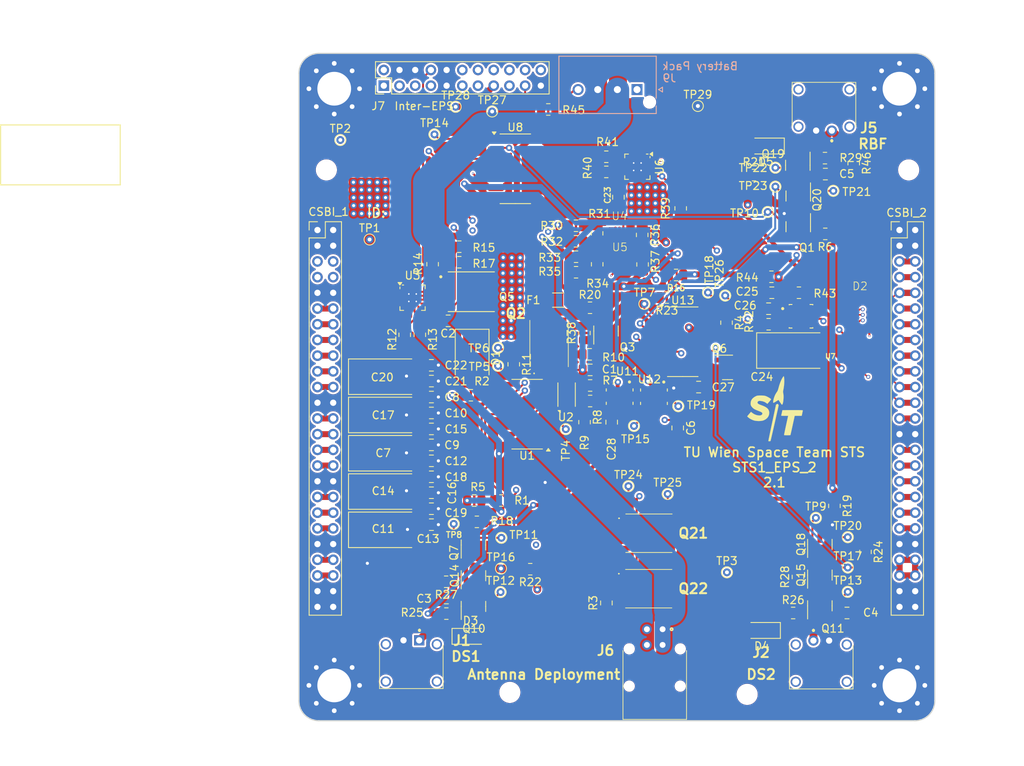
<source format=kicad_pcb>
(kicad_pcb (version 20240108) (generator "pcbnew") (generator_version "8.0")
  (layers (0 "F.Cu" signal) (1 "In1.Cu" power) (2 "In2.Cu" mixed) (3 "In3.Cu" signal) (4 "In4.Cu" signal) (31 "B.Cu" signal) (34 "B.Paste" user) (35 "F.Paste" user) (36 "B.SilkS" user "B.Silkscreen") (37 "F.SilkS" user "F.Silkscreen") (38 "B.Mask" user) (39 "F.Mask" user) (44 "Edge.Cuts" user))
  (net 0 "")
  (net 1 "GND")
  (net 2 "/BATT_RAW")
  (net 3 "/Bus Gate/CT")
  (net 4 "+5V")
  (net 5 "/Bus Gate/V_INTERNAL")
  (net 6 "/Battery/CT")
  (net 7 "Net-(U7-CD)")
  (net 8 "/Battery/VC2")
  (net 9 "/Battery/VC1")
  (net 10 "Net-(CSBI_1-Pin_43)")
  (net 11 "Net-(CSBI_1-Pin_35)")
  (net 12 "Net-(CSBI_1-Pin_15)")
  (net 13 "Net-(CSBI_1-Pin_37)")
  (net 14 "Net-(CSBI_1-Pin_25)")
  (net 15 "Net-(CSBI_1-Pin_13)")
  (net 16 "Net-(CSBI_1-Pin_27)")
  (net 17 "Net-(CSBI_1-Pin_29)")
  (net 18 "Net-(CSBI_1-Pin_11)")
  (net 19 "Net-(CSBI_1-Pin_17)")
  (net 20 "Net-(CSBI_1-Pin_19)")
  (net 21 "Net-(CSBI_1-Pin_21)")
  (net 22 "Net-(CSBI_1-Pin_45)")
  (net 23 "Net-(CSBI_1-Pin_31)")
  (net 24 "Net-(CSBI_1-Pin_39)")
  (net 25 "Net-(CSBI_2-Pin_25)")
  (net 26 "Net-(CSBI_2-Pin_33)")
  (net 27 "/UCI_COBC_SWDCLK")
  (net 28 "Net-(CSBI_2-Pin_39)")
  (net 29 "Net-(CSBI_2-Pin_37)")
  (net 30 "/Bus Gate/DT_SIGNAL")
  (net 31 "/Bus Gate/IMAX")
  (net 32 "/Bus Gate/IFLT")
  (net 33 "/Deployment Switches + RBF/DS1+")
  (net 34 "/Deployment Switches + RBF/DS2+")
  (net 35 "/UCI_COBC_NOT_RST")
  (net 36 "/UCI_COBC_SWO")
  (net 37 "/Bus Gate/VOUT_GATED")
  (net 38 "/UCI_COBC_SWDIO")
  (net 39 "/EPS_BAT_GOOD")
  (net 40 "/EPS_ANT_DEPLOY")
  (net 41 "Net-(CSBI_2-Pin_29)")
  (net 42 "/VOUT_I")
  (net 43 "/DS1_SIGNAL_1")
  (net 44 "/DS2_SIGNAL_1")
  (net 45 "/Deployment Switches + RBF/RBF+")
  (net 46 "/Antenna Deployment/ANT_DEPLOY-")
  (net 47 "/UCI_COBC_5V")
  (net 48 "/DS2_SIGNAL_2")
  (net 49 "/RBF_SIGNAL_1")
  (net 50 "/DS1_SIGNAL_2")
  (net 51 "/DS2_SIGNAL_3")
  (net 52 "Net-(CSBI_2-Pin_35)")
  (net 53 "/RBF_SIGNAL_2")
  (net 54 "Net-(Q3-G)")
  (net 55 "/Deployment Timer/DIV")
  (net 56 "/Deployment Timer/SET")
  (net 57 "Net-(CSBI_2-Pin_31)")
  (net 58 "Net-(R4-Pad1)")
  (net 59 "/BATT")
  (net 60 "/CENTER")
  (net 61 "/NTC")
  (net 62 "/BATT_I")
  (net 63 "Net-(U2-OUT)")
  (net 64 "Net-(Q2A-D1_1)")
  (net 65 "/Battery/RBF_SIGNAL")
  (net 66 "/Bus Gate/GATE_SIGNAL")
  (net 67 "Net-(J9-Pin_4)")
  (net 68 "Net-(Q2A-G1)")
  (net 69 "Net-(U3-VOUT)")
  (net 70 "Net-(Q6-G)")
  (net 71 "/UVLO_SIGNAL")
  (net 72 "/Battery/IFLT")
  (net 73 "/Battery/IMAX")
  (net 74 "/Battery/VC1_CB")
  (net 75 "Net-(U4-LTH)")
  (net 76 "Net-(U4-HTH)")
  (net 77 "Net-(U5-LTH)")
  (net 78 "Net-(U5-HTH)")
  (net 79 "Net-(U2-RST{slash}~{RST})")
  (net 80 "Net-(U11-STATUS)")
  (net 81 "/DS1_SIGNAL_3")
  (net 82 "/BAT_FAULT")
  (net 83 "Net-(U12-STATUS)")
  (net 84 "/MPPT_BUS")
  (net 85 "/V_LOGIC")
  (net 90 "/Battery/~{BATT_INHIBIT}")
  (net 91 "Net-(U13-Pad1)")
  (net 92 "/CSBI/UCI_COBC_UART_1")
  (net 93 "/CSBI/UCI_COBC_UART_2")
  (footprint "MountingHole:MountingHole_4.3mm_M4_Pad_Via" (layer "F.Cu") (at 192.63254 46.3)
    (property "Reference" "H2" (hide yes))
    (property "Value" "Mounting hole electronic stack" (hide yes))
  )
  (footprint "MountingHole:MountingHole_4.3mm_M4_Pad_Via" (layer "F.Cu") (at 120.63254 122.3)
    (property "Reference" "H3" (hide yes))
    (property "Value" "Mounting hole electronic stack" (hide yes))
  )
  (footprint "MountingHole:MountingHole_4.3mm_M4_Pad_Via" (layer "F.Cu") (at 192.63254 122.3)
    (property "Reference" "H4" (hide yes))
    (property "Value" "Mounting hole electronic stack" (hide yes))
  )
  (footprint "Connector_PinHeader_2.00mm:PinHeader_2x25_P2.00mm_Vertical" (layer "F.Cu") (at 192.63254 64.3)
    (property "Reference" "CSBI_2")
    (property "Value" "~" (hide yes))
  )
  (footprint "MountingHole:MountingHole_4.3mm_M4_Pad_Via" (layer "F.Cu") (at 120.63254 46.3)
    (property "Reference" "H1" (hide yes))
    (property "Value" "Mounting hole electronic stack" (hide yes))
  )
  (footprint "Connector_PinHeader_2.00mm:PinHeader_2x25_P2.00mm_Vertical" (layer "F.Cu") (at 118.5 64.3)
    (property "Reference" "CSBI_1")
    (property "Value" "~" (hide yes))
  )
  (footprint "STS_Package_DFN_QFN:TDFN-6" (layer "F.Cu") (at 156.96084 64.72182)
    (property "Reference" "U4")
    (property "Value" "MIC841H")
  )
  (footprint "Diode_SMD:D_SMF" (layer "F.Cu") (at 138 116.05)
    (property "Reference" "D3")
    (property "Value" "SMF5.0A")
  )
  (footprint "Resistor_SMD:R_0805_2012Metric" (layer "F.Cu") (at 151.43344 69.67792)
    (property "Reference" "R35")
    (property "Value" "187k")
  )
  (footprint "Capacitor_SMD:C_0805_2012Metric" (layer "F.Cu") (at 135.14414 75.8672)
    (property "Reference" "C2")
    (property "Value" "1u")
  )
  (footprint "TestPoint:TestPoint_THTPad_D1.0mm_Drill0.5mm" (layer "F.Cu") (at 176.82554 56.36)
    (property "Reference" "TP22")
    (property "Value" "TestPoint")
  )
  (footprint "Resistor_SMD:R_0805_2012Metric" (layer "F.Cu") (at 155.28444 54.96632 180)
    (property "Reference" "R41")
    (property "Value" "40k2")
  )
  (footprint "TestPoint:TestPoint_THTPad_D1.0mm_Drill0.5mm" (layer "F.Cu") (at 141.5 81.6)
    (property "Reference" "TP5")
    (property "Value" "TestPoint")
  )
  (footprint "Capacitor_SMD:C_0805_2012Metric" (layer "F.Cu") (at 153.22894 82.1156)
    (property "Reference" "C1")
    (property "Value" "100n")
  )
  (footprint "MountingHole:MountingHole_2.2mm_M2" (layer "F.Cu") (at 143.002 123.19)
    (property "Reference" "H8" (hide yes))
    (property "Value" "Mounting hole battery holder" (hide yes))
  )
  (footprint "Resistor_SMD:R_0805_2012Metric" (layer "F.Cu") (at 154.11604 64.72182 90)
    (property "Reference" "R31")
    (property "Value" "10k")
  )
  (footprint "Capacitor_SMD:C_0805_2012Metric" (layer "F.Cu") (at 167.04654 84.3)
    (property "Reference" "C27")
    (property "Value" "100n")
  )
  (footprint "Resistor_SMD:R_0805_2012Metric" (layer "F.Cu") (at 153.22894 86.078)
    (property "Reference" "R8")
    (property "Value" "887k")
  )
  (footprint "Capacitor_SMD:C_0805_2012Metric" (layer "F.Cu") (at 185.94414 113.07725)
    (property "Reference" "C4")
    (property "Value" "100n")
  )
  (footprint "Capacitor_Tantalum_SMD:CP_EIA-7343-43_Kemet-X" (layer "F.Cu") (at 126.86374 82.9792)
    (property "Reference" "C20")
    (property "Value" "C_Polarized")
  )
  (footprint "Package_SO:SOIC-14_3.9x8.7mm_P1.27mm" (layer "F.Cu") (at 145.20254 87.7544 180)
    (property "Reference" "U1")
    (property "Value" "4072")
  )
  (footprint "Resistor_SMD:R_0805_2012Metric" (layer "F.Cu") (at 183.17554 64.7928 180)
    (property "Reference" "R6")
    (property "Value" "100k")
  )
  (footprint "STS_Package_DFN_QFN:TDFN-6" (layer "F.Cu") (at 157.01164 68.68422)
    (property "Reference" "U5")
    (property "Value" "MIC841H")
  )
  (footprint "Resistor_SMD:R_0805_2012Metric" (layer "F.Cu") (at 163 72.9 180)
    (property "Reference" "R23")
    (property "Value" "100k")
  )
  (footprint "Resistor_SMD:R_0805_2012Metric" (layer "F.Cu") (at 184.34394 99.4384 -90)
    (property "Reference" "R19")
    (property "Value" "100k")
  )
  (footprint "STS_Connector:M808420245" (layer "F.Cu") (at 184.01374 51.6356 180)
    (property "Reference" "J5")
    (property "Value" "RBF")
  )
  (footprint "Resistor_SMD:R_0805_2012Metric" (layer "F.Cu") (at 136.56654 66.4184)
    (property "Reference" "R15")
    (property "Value" "100k")
  )
  (footprint "Resistor_SMD:R_0805_2012Metric" (layer "F.Cu") (at 175.96194 76.299 180)
    (property "Reference" "R42")
    (property "Value" "100")
  )
  (footprint "Package_TO_SOT_SMD:SOT-23" (layer "F.Cu") (at 182.48974 112.16285 90)
    (property "Reference" "Q11")
    (property "Value" "2N7002")
  )
  (footprint "TestPoint:TestPoint_THTPad_D1.0mm_Drill0.5mm" (layer "F.Cu") (at 135.85304 101.7244)
    (property "Reference" "TP8")
    (property "Value" "TestPoint")
  )
  (footprint "TestPoint:TestPoint_THTPad_D1.0mm_Drill0.5mm" (layer "F.Cu") (at 136.1 48.6)
    (property "Reference" "TP28")
    (property "Value" "TestPoint")
  )
  (footprint "Resistor_SMD:R_0805_2012Metric" (layer "F.Cu") (at 170.6 76.1 -90)
    (property "Reference" "R4")
    (property "Value" "100")
  )
  (footprint "Resistor_SMD:R_0805_2012Metric" (layer "F.Cu") (at 179.82274 72.2858 180)
    (property "Reference" "R43")
    (property "Value" "140")
  )
  (footprint "Package_TO_SOT_SMD:SOT-23" (layer "F.Cu") (at 179.73634 59.9645 -90)
    (property "Reference" "Q20")
    (property "Value" "2N7002")
  )
  (footprint "Resistor_SMD:R_0805_2012Metric" (layer "F.Cu") (at 159.90724 68.68422 -90)
    (property "Reference" "R37")
    (property "Value" "470k")
  )
  (footprint "Capacitor_Tantalum_SMD:CP_EIA-7343-43_Kemet-X" (layer "F.Cu") (at 126.86374 97.6096)
    (property "Reference" "C14")
    (property "Value" "C_Polarized")
  )
  (footprint "STS_Connector:M80-85104YY" (layer "F.Cu") (at 162.45854 115.1453)
    (property "Reference" "J6")
    (property "Value" "Antenna Deployment")
  )
  (footprint "Package_TO_SOT_SMD:SOT-23" (layer "F.Cu") (at 138.36764 104.4168 90)
    (property "Reference" "Q7")
    (property "Value" "2N7002")
  )
  (footprint "Capacitor_SMD:C_0805_2012Metric" (layer "F.Cu") (at 155.97214 88.7704 -90)
    (property "Reference" "C28")
    (property "Value" "100n")
  )
  (footprint "Resistor_SMD:R_0805_2012Metric" (layer "F.Cu") (at 141.92594 98.7526)
    (property "Reference" "R1")
    (property "Value" "100k")
  )
  (footprint "STS_Connector:M808420245" (layer "F.Cu") (at 181.66754 116.596)
    (property "Reference" "J2")
    (property "Value" "DS2")
  )
  (footprint "MountingHole:MountingHole_2.2mm_M2" (layer "F.Cu") (at 119.634 56.642)
    (property "Reference" "H6" (hide yes))
    (property "Value" "Mounting hole battery holder" (hide yes))
  )
  (footprint "Capacitor_SMD:C_0805_2012Metric" (layer "F.Cu") (at 133.01054 91.666)
    (property "Reference" "C9")
    (property "Value" "C")
  )
  (footprint "Package_SO:SOIC-14_3.9x8.7mm_P1.27mm" (layer "F.Cu") (at 165.025 78.53)
    (property "Reference" "U13")
    (property "Value" "4082")
  )
  (footprint "Capacitor_SMD:C_0805_2012Metric" (layer "F.Cu") (at 133.01054 83.538)
    (property "Reference" "C21")
    (property "Value" "C")
  )
  (footprint "Resistor_SMD:R_0805_2012Metric" (layer "F.Cu") (at 138.47154 98.7526)
    (property "Reference" "R5")
    (property "Value" "100k")
  )
  (footprint "MountingHole:MountingHole_2.2mm_M2" (layer "F.Cu") (at 193.802 56.642)
    (property "Reference" "H7" (hide yes))
    (property "Value" "Mounting hole battery holder" (hide yes))
  )
  (footprint "Capacitor_Tantalum_SMD:CP_EIA-7343-43_Kemet-X" (layer "F.Cu") (at 126.86374 87.856)
    (property "Reference" "C17")
    (property "Value" "C_Polarized")
  )
  (footprint "TestPoint:TestPoint_THTPad_D1.0mm_Drill0.5mm" (layer "F.Cu") (at 181.98174 100.96145)
    (property "Reference" "TP9")
    (property "Value" "TestPoint")
  )
  (footprint "TestPoint:TestPoint_THTPad_D1.0mm_Drill0.5mm" (layer "F.Cu") (at 141.92364 103.5024)
    (property "Reference" "TP11")
    (property "Value" "TestPoint")
  )
  (footprint "Resistor_SMD:R_0805_2012Metric" (layer "F.Cu") (at 151.42364 63.75662 180)
    (property "Reference" "R30")
    (property "Value" "806k")
  )
  (footprint "Capacitor_SMD:C_0805_2012Metric" (layer "F.Cu") (at 133.01054 97.762)
    (property "Reference" "C16")
    (property "Value" "C")
  )
  (footprint "TestPoint:TestPoint_THTPad_D1.0mm_Drill0.5mm" (layer "F.Cu") (at 175.85 62)
    (property "Reference" "TP10")
    (property "Value" "TestPoint")
  )
  (footprint "Resistor_SMD:R_0805_2012Metric" (layer "F.Cu") (at 152.51774 88.7704 -90)
    (property "Reference" "R9")
    (property "Value" "127k")
  )
  (footprint "Package_TO_SOT_SMD:SOT-23" (layer "F.Cu") (at 179.73634 63.8761 -90)
    (property "Reference" "Q1")
    (property "Value" "2N7002")
  )
  (footprint "Diode_SMD:D_SMF" (layer "F.Cu") (at 175.6 53.6 180)
    (property "Reference" "D5")
    (property "Value" "SMF5.0A")
  )
  (footprint "Resistor_SMD:R_0805_2012Metric" (layer "F.Cu") (at 188.3 105.3 -90)
    (property "Reference" "R24")
    (property "Value" "100k")
  )
  (footprint "Resistor_SMD:R_0805_2012Metric" (layer "F.Cu") (at 147.89494 48.9432)
    (property "Reference" "R45")
    (property "Value" "64k")
  )
  (footprint "Resistor_SMD:R_0805_2012Metric" (layer "F.Cu") (at 153.2125 74.2)
    (property "Reference" "R20")
    (property "Value" "100k")
  )
  (footprint "Resistor_SMD:R_0805_2012Metric" (layer "F.Cu") (at 134.91324 113.1544)
    (property "Reference" "R25")
    (property "Value" "100k")
  )
  (footprint "Package_DFN_QFN:VQFN-16-1EP_3x3mm_P0.5mm_EP1.45x1.45mm_ThermalVias" (layer "F.Cu") (at 159.24684 56.23632 -90)
    (property "Reference" "U6")
    (property "Value" "TPS2420RSAT")
  )
  (footprint "Capacitor_SMD:C_0805_2012Metric" (layer "F.Cu") (at 134.91324 111.1732 180)
    (property "Reference" "C3")
    (property "Value" "100n")
  )
  (footprint "Resistor_SMD:R_0805_2012Metric" (layer "F.Cu") (at 145.6 107.5 180)
    (property "Reference" "R22")
    (property "Value" "100k")
  )
  (footprint "TestPoint:TestPoint_THTPad_D1.0mm_Drill0.5mm" (layer "F.Cu") (at 141.5 79.3)
    (property "Reference" "TP6")
    (property "Value" "TestPoint")
  )
  (footprint "TestPoint:TestPoint_THTPad_D1.0mm_Drill0.5mm" (layer "F.Cu") (at 186.04574 103.42525)
    (property "Reference" "TP20")
    (property "Value" "TestPoint")
  )
  (footprint "Capacitor_SMD:C_0805_2012Metric" (layer "F.Cu") (at 155.3 111.8 90)
    (property "Reference" "R3")
    (property "Value" "100k")
  )
  (footprint "Resistor_SMD:R_0805_2012Metric" (layer "F.Cu") (at 151.42364 65.73782)
    (property "Reference" "R32")
    (property "Value" "187k")
  )
  (footprint "Resistor_SMD:R_0805_2012Metric" (layer "F.Cu") (at 131.53734 77.6452 -90)
    (property "Reference" "R13")
    (property "Value" "64k")
  )
  (footprint "Resistor_SMD:R_0805_2012Metric" (layer "F.Cu") (at 133.16294 68.6517 90)
    (property "Reference" "R14")
    (property "Value" "31k5")
  )
  (footprint "STS_Package_SO:POWERPAK_SO8" (layer "F.Cu") (at 147.99654 81.8108 90)
    (property "Reference" "Q2")
    (property "Value" "SI7272DP-T1-GE3" (hide yes))
  )
  (footprint "Package_DFN_QFN:VQFN-16-1EP_3x3mm_P0.5mm_EP1.45x1.45mm_ThermalVias" (layer "F.Cu") (at 130.61024 72.9208)
    (property "Reference" "U3")
    (property "Value" "TPS2420RSAT")
  )
  (footprint "Capacitor_SMD:C_0805_2012Metric" (layer "F.Cu") (at 133.01054 89.634)
    (property "Reference" "C15")
    (property "Value" "C")
  )
  (footprint "Package_TO_SOT_SMD:SOT-23" (layer "F.Cu") (at 155.25 77.1625 90)
    (property "Reference" "Q3")
    (property "Value" "2N7002")
  )
  (footprint "STS_Logo:STLogo_7x8" (layer "F.Cu") (at 176.82554 87.0432)
    (property "Reference" "G***" (hide yes))
    (property "Value" "LOGO" (hide yes))
  )
  (footprint "Package_TO_SOT_SMD:SOT-23" (layer "F.Cu") (at 138.36764 112.24 90)
    (property "Reference" "Q10")
    (property "Value" "2N7002")
  )
  (footprint "Package_TO_SOT_SMD:SOT-23" (layer "F.Cu") (at 138.36764 108.3284 90)
    (property "Reference" "Q14")
    (property "Value" "2N7002")
  )
  (footprint "Capacitor_SMD:C_0805_2012Metric" (layer "F.Cu") (at 133.01054 95.73)
    (property "Reference" "C18")
    (property "Value" "C")
  )
  (footprint "TestPoint:TestPoint_THTPad_D1.0mm_Drill0.5mm" (layer "F.Cu") (at 168.24034 72.2604)
    (property "Reference" "TP18")
    (property "Value" "TestPoint")
  )
  (footprint "TestPoint:TestPoint_THTPad_D1.0mm_Drill0.5mm" (layer "F.Cu") (at 158.81694 89.253)
    (property "Reference" "TP15")
    (property "Value" "TestPoint")
  )
  (footprint "Capacitor_Tantalum_SMD:CP_EIA-7343-43_Kemet-X" (layer "F.Cu") (at 126.86374 102.4864)
    (property "Reference" "C11")
    (property "Value" "C_Polarized")
  )
  (footprint "Resistor_SMD:R_0805_2012Metric" (layer "F.Cu") (at 183.13804 55.1385 180)
    (property "Reference" "R29")
    (property "Value" "100k")
  )
  (footprint "TestPoint:TestPoint_THTPad_D1.0mm_Drill0.5mm" (layer "F.Cu") (at 186.04574 110.38485)
    (property "Reference" "TP13")
    (property "Value" "TestPoint")
  )
  (footprint "TestPoint:TestPoint_THTPad_D1.0mm_Drill0.5mm" (layer "F.Cu") (at 160.13774 73.7082)
    (property "Reference" "TP7")
    (property "Value" "TestPoint")
  )
  (footprint "Capacitor_SMD:C_0805_2012Metric" (layer "F.Cu") (at 156.83384 60.12252 -90)
    (property "Reference" "C23")
    (property "Value" "1u")
  )
  (footprint "Diode_SMD:D_SMB" (layer "F.Cu") (at 138.2 80.6 -90)
    (property "Reference" "D1")
    (property "Value" "SMBJ8.5A-QH")
  )
  (footprint "STS_Misc:LLP1713-9L" (layer "F.Cu") (at 187.6 77.05)
    (property "Reference" "D2")
    (property "Value" "~")
  )
  (footprint "Capacitor_SMD:C_0805_2012Metric" (layer "F.Cu") (at 133.01054 87.602)
    (property "Reference" "C10")
    (property "Value" "C")
  )
  (footprint "TestPoint:TestPoint_THTPad_D1.0mm_Drill0.5mm" (layer "F.Cu") (at 184.20484 59.3041 180)
    (property "Reference" "TP21")
    (property "Value" "TestPoint")
  )
  (footprint "Resistor_SMD:R_0805_2012Metric" (layer "F.Cu") (at 143.5 81.4 -90)
    (property "Reference" "R11")
    (property "Value" "100")
  )
  (footprint "TestPoint:TestPoint_THTPad_D1.0mm_Drill0.5mm" (layer "F.Cu") (at 186.04574 107.28605)
    (property "Reference" "TP17")
    (property "Value" "TestPoint")
  )
  (footprint "Resistor_SMD:R_0805_2012Metric" (layer "F.Cu") (at 136.56654 68.3996)
    (property "Reference" "R17")
    (property "Value" "0")
  )
  (footprint "MountingHole:MountingHole_2.2mm_M2" (layer "F.Cu") (at 173.228 123.444)
    (property "Reference" "H5" (hide yes))
    (property "Value" "Mounting hole battery holder" (hide yes))
  )
  (footprint "TestPoint:TestPoint_THTPad_D1.0mm_Drill0.5mm" (layer "F.Cu") (at 164.45574 86.7384)
    (property "Reference" "TP19")
    (property "Value" "TestPoint")
  )
  (footprint "TestPoint:TestPoint_THTPad_D1.0mm_Drill0.5mm" (layer "F.Cu") (at 166.95 48.5)
    (property "Reference" "TP29")
    (property "Value" "TestPoint")
  )
  (footprint "Package_TO_SOT_SMD:SOT-23" (layer "F.Cu") (at 179.68554 56.0529 -90)
    (property "Reference" "Q19")
    (property "Value" "2N7002")
  )
  (footprint "TestPoint:TestPoint_THTPad_D1.0mm_Drill0.5mm" (layer "F.Cu") (at 170.434 72.644)
    (property "Reference" "TP26")
    (property "Value" "TestPoint")
  )
  (footprint "Resistor_SMD:R_0805_2012Metric" (layer "F.Cu") (at 129.60694 77.6452 -90)
    (property "Reference" "R12")
    (property "Value" "40k2")
  )
  (footprint "Resistor_SMD:R_0805_2012Metric" (layer "F.Cu") (at 153.17814 80.1344)
    (property "Reference" "R10")
    (property "Value" "127k")
  )
  (footprint "STS_Package_SO:POWERPAK_SO8_single" (layer "F.Cu") (at 138.09054 72.1588)
    (property "Reference" "Q5")
    (property "Value" "SI7135DP-T1-GE3")
  )
  (footprint "Capacitor_Tantalum_SMD:CP_EIA-7343-43_Kemet-X" (layer "F.Cu") (at 178.85 79.65)
    (property "Reference" "C24")
    (property "Value" "330u")
  )
  (footprint "Package_DFN_QFN:DFN-6-1EP_3x2mm_P0.5mm_EP1.65x1.35mm" (layer "F.Cu") (at 150.23174 85.2652 90)
    (property "Reference" "U2")
    (property "Value" "LTC6995IDCB-1")
  )
  (footprint "TestPoint:TestPoint_THTPad_D1.0mm_Drill0.5mm" (layer "F.Cu") (at 141.87284 107.414)
    (property "Reference" "TP16")
    (property "Value" "TestPoint")
  )
  (footprint "TestPoint:TestPoint_THTPad_D1.0mm_Drill0.5mm" (layer "F.Cu") (at 141.82204 110.4112)
    (property "Reference" "TP12")
    (property "Value" "TestPoint")
  )
  (footprint "Resistor_SMD:R_0805_2012Metric" (layer "F.Cu") (at 179.7 108.4875 90)
    (property "Reference" "R28")
    (property "Value" "0")
  )
  (footprint "Resistor_SMD:R_0805_2012Metric" (layer "F.Cu") (at 176.31754 70.2538 180)
    (property "Reference" "R44")
    (property "Value" "140")
  )
  (footprint "Resistor_SMD:R_0805_2012Metric" (layer "F.Cu") (at 174.1 57.3)
    (property "Reference" "R21")
    (property "Value" "100k")
  )
  (footprint "Capacitor_SMD:C_0805_2012Metric" (layer "F.Cu") (at 164.37954 89.507 -90)
    (property "Reference" "C6")
    (property "Value" "100n")
  )
  (footprint "Resistor_SMD:R_1206_3216Metric" (layer "F.Cu") (at 149.16494 73.2256 180)
    (property "Reference" "F1")
    (property "Value" "Fuse")
  )
  (footprint "Resistor_SMD:R_0805_2012Metric" (layer "F.Cu") (at 154.12584 68.66192 90)
    (property "Reference" "R34")
    (property "Value" "10k")
  )
  (footprint "Capacitor_SMD:C_0805_2012Metric" (layer "F.Cu") (at 133.01054 81.5314)
    (property "Reference" "C22")
    (property "Value" "C")
  )
  (footprint "Capacitor_SMD:C_0805_2012Metric" (layer "F.Cu") (at 133.01054 99.794)
    (property "Reference" "C19")
    (property "Value" "C")
  )
  (footprint "Capacitor_SMD:C_0805_2012Metric" (layer "F.Cu") (at 133.01054 85.57)
    (property "Reference" "C8")
    (property "Value" "C")
  )
  (footprint "STS_Package_DFN_QFN:AD_LQFN-16" (layer "F.Cu") (at 156.98814 85.5192 -90)
    (property "Reference" "U11")
    (property "Value" "LTC4451AV#TRMPBF")
  )
  (footprint "Resistor_SMD:R_0805_2012Metric" (layer "F.Cu") (at 164.76054 61.5416 -90)
    (property "Reference" "R39")
    (property "Value" "31k5")
  )
  (footprint "TestPoint:TestPoint_THTPad_D1.0mm_Drill0.5mm" (layer "F.Cu") (at 150.13014 89.662)
    (property "Reference" "TP4")
    (property "Value" "TestPoint")
  )
  (footprint "Resistor_SMD:R_0805_2012Metric" (layer "F.Cu") (at 159.85644 64.92502 -90)
    (property "Reference" "R36")
    (property "Value" "470k")
  )
  (footprint "TestPoint:TestPoint_THTPad_D1.0mm_Drill0.5mm" (layer "F.Cu") (at 121.412 52.832)
    (property "Reference" "TP2")
    (property "Value" "TestPoint")
  )
  (footprint "Capacitor_SMD:C_0805_2012Metric" (layer "F.Cu") (at 183.18884 57.1705)
    (property "Reference" "C5")
    (property "Value" "100n")
  )
  (footprint "TestPoint:TestPoint_THTPad_D1.0mm_Drill0.5mm" (layer "F.Cu") (at 140.75 49.2)
    (property "Reference" "TP27")
    (property "Value" "TestPoint")
  )
  (footprint "Resistor_SMD:R_0805_2012Metric" (layer "F.Cu") (at 152.5 77.4125 90)
    (property "Reference" "R38")
    (property "Value" "100")
  )
  (footprint "TestPoint:TestPoint_THTPad_D1.0mm_Drill0.5mm" (layer "F.Cu") (at 158.10574 96.9238)
    (property "Reference" "TP24")
    (property "Value" "TestPoint")
  )
  (footprint "Capacitor_Tantalum_SMD:CP_EIA-7343-43_Kemet-X" (layer "F.Cu") (at 126.86374 92.7328)
    (property "Reference" "C7")
    (property "Value" "C_Polarized")
  )
  (footprint "Resistor_SMD:R_0805_2012Metric" (layer "F.Cu") (at 164.17634 70.0252 180)
    (property "Reference" "R16")
    (property "Value" "100k")
  )
  (footprint "Capacitor_SMD:C_0805_2012Metric" (layer "F.Cu") (at 133.01054 101.826)
    (property "Reference" "C13")
    (property "Value" "C")
  )
  (footprint "Resistor_SMD:R_0805_2012Metric" (layer "F.Cu") (at 186.8 55.7875 -90)
    (property "Reference" "R46")
    (property "Value" "0")
  )
  (footprint "Capacitor_SMD:C_0805_2012Metric" (layer "F.Cu") (at 133.01054 93.698)
    (property "Reference" "C12")
    (property "Value" "C")
  )
  (footprint "TestPoint:TestPoint_THTPad_D1.0mm_Drill0.5mm" (layer "F.Cu") (at 170.65334 107.8966)
    (property "Reference" "TP3")
    (property "Value" "TestPoint")
  )
  (footprint "Package_SO:SOIC-14_3.9x8.7mm_P1.27mm" (layer "F.Cu") (at 143.7 56.5)
    (property "Reference" "U8")
    (property "Value" "4072")
  )
  (footprint "Resistor_SMD:R_0805_2012Metric" (layer "F.Cu") (at 179.08614 113.07725)
    (property "Reference" "R26")
    (property "Value" "100k")
  )
  (footprint "Capacitor_SMD:C_0805_2012Metric" (layer "F.Cu") (at 175.96194 74.3178 180)
    (property "Reference" "C26")
    (property "Value" "100n")
  )
  (footprint "Resistor_SMD:R_0805_2012Metric" (layer "F.Cu") (at 138.80174 101.4704 180)
    (property "Reference" "R18")
    (property "Value" "100k")
  )
  (footprint "Connector_PinHeader_2.00mm:PinHeader_2x11_P2.00mm_Vertical" (layer "F.Cu") (at 126.94754 45.914 90)
    (property "Reference" "J7")
    (property "Value" "Inter-EPS")
  )
  (footprint "Diode_SMD:D_SMF" (layer "F.Cu") (at 175.1 115.3 180)
    (property "Reference" "D4")
    (property "Value" "SMF5.0A")
  )
  (footprint "STS_Package_VSON:TI_VSON8" (layer "F.Cu") (at 180.086 75.283)
    (property "Reference" "U7")
    (property "Value" "BQ29209DRBT")
  )
  (footprint "Resistor_SMD:R_0805_2012Metric" (layer "F.Cu") (at 151.43344 67.69672 180)
    (property "Reference" "R33")
    (property "Value" "590k")
  )
  (footprint "STS_Connector:M808420245" (layer "F.Cu") (at 129.45454 116.558)
    (property "Reference" "J1")
    (property "Value" "DS1")
  )
  (footprint "Resistor_SMD:R_0805_2012Metric" (layer "F.Cu") (at 138.03974 85.3414)
    (property "Reference" "R2")
    (property "Value" "100k")
  )
  (footprint "Resistor_SMD:R_0805_2012Metric" (layer "F.Cu") (at 155.28444 56.89672 180)
    (property "Reference" "R40")
    (property "Value" "64k")
  )
  (footprint "TestPoint:TestPoint_THTPad_D1.0mm_Drill0.5mm" (layer "F.Cu") (at 133.4008 52.1208)
    (property "Reference" "TP14")
    (property "Value" "TestPoint")
  )
  (footprint "Capacitor_SMD:C_0805_2012Metric" (layer "F.Cu") (at 176.36834 72.2858 180)
    (property "Reference" "C25")
    (property "Value" "100n")
  )
  (footprint "Package_TO_SOT_SMD:SOT-23" (layer "F.Cu") (at 182.48974 108.25125 90)
    (property "Reference" "Q15")
    (property "Value" "2N7002")
  )
  (footprint "Resistor_SMD:R_0805_2012Metric" (layer "F.Cu") (at 153.22894 84.0968 180)
    (property "Reference" "R7")
    (property "Value" "1M")
  )
  (footprint "STS_Package_SO:POWERPAK_SO8" (layer "F.Cu") (at 157.63654 109.9794)
    (property "Reference" "Q22")
    (property "Value" "SI7272DP-T1-GE3" (hide yes))
  )
  (footprint "Resistor_SMD:R_0805_2012Metric" (layer "F.Cu") (at 134.8875 109.1 180)
    (property "Reference" "R27")
    (property "Value" "0")
  )
  (footprint "STS_Package_SO:POWERPAK_SO8" (layer "F.Cu") (at 157.66194 102.9182)
    (property "Reference" "Q21")
    (property "Value" "SI7272DP-T1-GE3" (hide yes))
  )
  (footprint "TestPoint:TestPoint_THTPad_D1.0mm_Drill0.5mm" (layer "F.Cu") (at 176.82554 58.773)
    (property "Reference" "TP23")
    (property "Value" "TestPoint")
  )
  (footprint "STS_Package_DFN_QFN:AD_LQFN-16" (layer "F.Cu") (at 161.35694 85.5286 -90)
    (property "Reference" "U12")
    (property "Value" "LTC4451AV#TRMPBF")
  )
  (footprint "TestPoint:TestPoint_THTPad_D1.0mm_Drill0.5mm" (layer "F.Cu") (at 125.13654 65.504)
    (property "Reference" "TP1")
    (property "Value" "TestPoint")
  )
  (footprint "Package_TO_SOT_SMD:SOT-23" (layer "F.Cu") (at 170.72954 81.8)
    (property "Reference" "Q6")
    (property "Value" "2N7002")
  )
  (footprint "Package_TO_SOT_SMD:SOT-23" (layer "F.Cu") (at 182.48974 104.33965 90)
    (property "Reference" "Q18")
    (property "Value" "2N7002")
  )
  (footprint "TestPoint:TestPoint_THTPad_D1.0mm_Drill0.5mm" (layer "F.Cu") (at 163.10954 97.9144)
    (property "Reference" "TP25")
    (property "Value" "TestPoint")
  )
  (footprint "STS_Connector:MOLEX_2078430004" (layer "B.Cu") (at 159.198 46.41)
    (property "Reference" "J9")
    (property "Value" "Battery Pack")
  )
  (gr_line (start 78.13654 58.5344) (end 78.13654 50.9144) (stroke (width 0.15)) (layer "F.SilkS"))
  (gr_line (start 78.13654 50.9144) (end 93.37654 50.9144) (stroke (width 0.15)) (layer "F.SilkS"))
  (gr_line (start 93.37654 50.9144) (end 93.37654 58.5344) (stroke (width 0.15)) (layer "F.SilkS"))
  (gr_line (start 93.38654 58.5444) (end 78.14654 58.5444) (stroke (width 0.15)) (layer "F.SilkS"))
  (gr_line (start 118.67254 126.8) (end 194.59254 126.8) (stroke (width 0.15)) (layer "Edge.Cuts"))
  (gr_arc (start 116.13254 44.34) (mid 116.876489 42.543949) (end 118.67254 41.8) (stroke (width 0.15)) (layer "Edge.Cuts"))
  (gr_arc (start 118.67254 126.8) (mid 116.876489 126.056051) (end 116.13254 124.26) (stroke (width 0.15)) (layer "Edge.Cuts"))
  (gr_arc (start 194.59254 41.8) (mid 196.388591 42.543949) (end 197.13254 44.34) (stroke (width 0.15)) (layer "Edge.Cuts"))
  (gr_arc (start 197.13254 124.26) (mid 196.388591 126.056051) (end 194.59254 126.8) (stroke (width 0.15)) (layer "Edge.Cuts"))
  (gr_line (start 194.59254 41.8) (end 118.67254 41.8) (stroke (width 0.15)) (layer "Edge.Cuts"))
  (gr_line (start 197.13254 124.26) (end 197.13254 44.34) (stroke (width 0.15)) (layer "Edge.Cuts"))
  (gr_line (start 116.13254 44.34) (end 116.13254 124.26) (stroke (width 0.15)) (layer "Edge.Cuts"))
  (gr_text "TU Wien Space Team STS\nSTS1_EPS_2\n2.1" (at 176.69854 94.5362 0) (layer "F.SilkS") (effects (font (size 1.2 1.2) (thickness 0.2))))
  (gr_text "ID:" (at 125.98254 62.12 0) (layer "F.SilkS") (effects (font (size 1.2 1.2) (thickness 0.2))))
  (segment (start 181.486 76.258) (end 181.061 76.258) (width 0.25) (layer "F.Cu") (net 1))
  (segment (start 181.061 76.258) (end 180.086 75.283) (width 0.25) (layer "F.Cu") (net 1))
  (segment (start 180.086 77.7735) (end 181.9625 79.65) (width 1) (layer "F.Cu") (net 1))
  (segment (start 163.68994 84.6086) (end 163.87154 84.427) (width 0.25) (layer "F.Cu") (net 1))
  (segment (start 162.60694 84.6086) (end 163.68994 84.6086) (width 0.25) (layer "F.Cu") (net 1))
  (segment (start 128.63254 43.8) (end 130.63254 43.8) (width 0.5) (layer "F.Cu") (net 1))
  (segment (start 180.086 75.283) (end 180.086 77.7735) (width 1) (layer "F.Cu") (net 1))
  (segment (start 135 45.958) (end 135.04254 46.00054) (width 0.25) (layer "F.Cu") (net 1))
  (via (at 133.89954 89.634) (size 0.8) (drill 0.4) (layers "F.Cu" "B.Cu") (net 1))
  (via (at 124.85 106.75) (size 0.8) (drill 0.4) (layers "F.Cu" "B.Cu") (net 1))
  (via (at 177.95 62.2) (size 0.8) (drill 0.4) (layers "F.Cu" "B.Cu") (net 1))
  (via (at 133.89954 83.538) (size 0.8) (drill 0.4) (layers "F.Cu" "B.Cu") (net 1))
  (via (at 129.83554 87.856) (size 0.8) (drill 0.4) (layers "F.Cu" "B.Cu") (net 1))
  (via (at 184.08994 101.85045) (size 0.8) (drill 0.4) (layers "F.Cu" "B.Cu") (net 1))
  (via (at 129.96254 102.4356) (size 0.8) (drill 0.4) (layers "F.Cu" "B.Cu") (net 1))
  (via (at 133.89954 91.666) (size 0.8) (drill 0.4) (layers "F.Cu" "B.Cu") (net 1))
  (via (at 163.87154 84.427) (size 0.8) (drill 0.4) (layers "F.Cu" "B.Cu") (net 1))
  (via (at 133.89954 95.73) (size 0.8) (drill 0.4) (layers "F.Cu" "B.Cu") (net 1))
  (via (at 133.89954 93.698) (size 0.8) (drill 0.4) (layers "F.Cu" "B.Cu") (net 1))
  (via (at 133.89954 81.506) (size 0.8) (drill 0.4) (layers "F.Cu" "B.Cu") (net 1))
  (via (at 129.83554 82.903) (size 0.8) (drill 0.4) (layers "F.Cu" "B.Cu") (net 1))
  (via (at 133.89954 85.57) (size 0.8) (drill 0.4) (layers "F.Cu" "B.Cu") (net 1))
  (via (at 133.89954 101.826) (size 0.8) (drill 0.4) (layers "F.Cu" "B.Cu") (net 1))
  (via (at 133.89954 99.794) (size 0.8) (drill 0.4) (layers "F.Cu" "B.Cu") (net 1))
  (via (at 133.89954 87.602) (size 0.8) (drill 0.4) (layers "F.Cu" "B.Cu") (net 1))
  (via (at 129.83554 97.508) (size 0.8) (drill 0.4) (layers "F.Cu" "B.Cu") (net 1))
  (via (at 147.5 96.45) (size 0.8) (drill 0.4) (layers "F.Cu" "B.Cu") (net 1))
  (via (at 157.8 79.4) (size 0.8) (drill 0.4) (layers "F.Cu" "B.Cu") (net 1))
  (via (at 129.83554 92.682) (size 0.8) (drill 0.4) (layers "F.Cu" "B.Cu") (net 1))
  (via (at 133.89954 97.762) (size 0.8) (drill 0.4) (layers "F.Cu" "B.Cu") (net 1))
  (segment (start 162.697762 54.6582) (end 158.68994 54.6582) (width 1) (layer "F.Cu") (net 2))
  (segment (start 162.72854 88.491) (end 164.31354 88.491) (width 0.25) (layer "F.Cu") (net 2))
  (segment (start 156.97614 85.2692) (end 156.73414 85.0272) (width 0.25) (layer "F.Cu") (net 2))
  (segment (start 182.40834 74.958) (end 182.46434 74.902) (width 0.5) (layer "F.Cu") (net 2))
  (segment (start 183.7 75.25056) (end 182.46434 74.0149) (width 0.5) (layer "F.Cu") (net 2))
  (segment (start 164.17634 57.8586) (end 164.17634 56.136778) (width 1) (layer "F.Cu") (net 2))
  (segment (start 169.48494 57.8586) (end 167.78314 57.8586) (width 0.5) (layer "F.Cu") (net 2))
  (segment (start 182.46434 74.0149) (end 180.73524 72.2858) (width 0.5) (layer "F.Cu") (net 2))
  (segment (start 149.08684 66.26262) (end 149.08684 63.65312) (width 0.5) (layer "F.Cu") (net 2))
  (segment (start 180.73524 70.1757) (end 178.93374 68.3742) (width 0.5) (layer "F.Cu") (net 2))
  (segment (start 183.7 80.359176) (end 183.7 75.25056) (width 0.5) (layer "F.Cu") (net 2))
  (segment (start 182.46434 74.902) (end 182.46434 74.7242) (width 0.5) (layer "F.Cu") (net 2))
  (segment (start 165.62414 86.0526) (end 165.62414 87.5004) (width 0.25) (layer "F.Cu") (net 2))
  (segment (start 167.77914 57.8546) (end 166.15754 57.8546) (width 0.25) (layer "F.Cu") (net 2))
  (segment (start 163.1897 85.2906) (end 164.86214 85.2906) (width 0.25) (layer "F.Cu") (net 2))
  (segment (start 164.56754 88.557) (end 164.37954 88.557) (width 0.25) (layer "F.Cu") (net 2))
  (segment (start 163.1777 85.2786) (end 163.1897 85.2906) (width 0.25) (layer "F.Cu") (net 2))
  (segment (start 167.78314 57.8586) (end 167.77914 57.8546) (width 0.25) (layer "F.Cu") (net 2))
  (segment (start 171.05974 59.4334) (end 169.48494 57.8586) (width 0.5) (layer "F.Cu") (net 2))
  (segment (start 164.18034 57.8546) (end 164.17634 57.8586) (width 0.25) (layer "F.Cu") (net 2))
  (segment (start 166.15754 57.8546) (end 164.18034 57.8546) (width 0.25) (layer "F.Cu") (net 2))
  (segment (start 158.40814 85.2692) (end 156.97614 85.2692) (width 0.25) (layer "F.Cu") (net 2))
  (segment (start 165.62414 87.5004) (end 164.56754 88.557) (width 0.25) (layer "F.Cu") (net 2))
  (segment (start 171.05974 60.5002) (end 171.05974 59.4334) (width 0.5) (layer "F.Cu") (net 2))
  (segment (start 180.73524 72.2858) (end 180.73524 70.1757) (width 0.5) (layer "F.Cu") (net 2))
  (segment (start 185.251932 81.911108) (end 183.7 80.359176) (width 0.5) (layer "F.Cu") (net 2))
  (segment (start 149.08684 63.65312) (end 150.40764 63.65312) (width 0.5) (layer "F.Cu") (net 2))
  (segment (start 164.31354 88.491) (end 164.37954 88.557) (width 0.25) (layer "F.Cu") (net 2))
  (segment (start 181.486 74.958) (end 182.40834 74.958) (width 0.5) (layer "F.Cu") (net 2))
  (segment (start 156.75954 83.665) (end 156.73414 83.6904) (width 0.5) (layer "F.Cu") (net 2))
  (segment (start 178.93374 68.3742) (end 171.05974 60.5002) (width 0.5) (layer "F.Cu") (net 2))
  (segment (start 162.77694 85.2786) (end 163.1777 85.2786) (width 0.25) (layer "F.Cu") (net 2))
  (segment (start 150.52094 67.69672) (end 149.08684 66.26262) (width 0.5) (layer "F.Cu") (net 2))
  (segment (start 156.73414 83.6904) (end 156.73414 85.0272) (width 0.5) (layer "F.Cu") (net 2))
  (segment (start 164.17634 56.136778) (end 162.697762 54.6582) (width 1) (layer "F.Cu") (net 2))
  (segment (start 182.46434 74.7242) (end 182.46434 74.0149) (width 0.5) (layer "F.Cu") (net 2))
  (segment (start 164.86214 85.2906) (end 165.62414 86.0526) (width 0.25) (layer "F.Cu") (net 2))
  (via (at 162.72854 88.491) (size 0.8) (drill 0.4) (layers "F.Cu" "B.Cu") (net 2))
  (via (at 185.251932 81.911108) (size 0.8) (drill 0.4) (layers "F.Cu" "B.Cu") (net 2))
  (via (at 156.75954 83.665) (size 0.8) (drill 0.4) (layers "F.Cu" "B.Cu") (net 2))
  (via (at 149.08684 63.65312) (size 0.8) (drill 0.4) (layers "F.Cu" "B.Cu") (net 2))
  (segment (start 163.36354 112.6718) (end 162.45854 113.5768) (width 2) (layer "B.Cu") (net 2))
  (segment (start 132.68034 58.2396) (end 139.58914 51.3308) (width 4) (layer "B.Cu") (net 2))
  (segment (start 163.36354 112.6718) (end 163.36354 107.293735) (width 4) (layer "B.Cu") (net 2))
  (segment (start 156.464 49.784) (end 156.698 49.55) (width 3) (layer "B.Cu") (net 2))
  (segment (start 132.68034 64.340534) (end 132.68034 58.2396) (width 4) (layer "B.Cu") (net 2))
  (segment (start 134 74.4) (end 134 65.660194) (width 4) (layer "B.Cu") (net 2))
  (segment (start 154.9172 51.3308) (end 156.464 49.784) (width 4) (layer "B.Cu") (net 2))
  (segment (start 163.36354 107.293735) (end 132.68034 76.610535) (width 4) (layer "B.Cu") (net 2))
  (segment (start 132.68034 76.610535) (end 132.68034 75.71966) (width 4) (layer "B.Cu") (net 2))
  (segment (start 156.698 49.55) (end 156.698 46.41) (width 3) (layer "B.Cu") (net 2))
  (segment (start 139.58914 51.3308) (end 154.9172 51.3308) (width 4) (layer "B.Cu") (net 2))
  (segment (start 132.68034 75.71966) (end 134 74.4) (width 4) (layer "B.Cu") (net 2))
  (segment (start 162.45854 113.5768) (end 162.45854 117.1453) (width 2) (layer "B.Cu") (net 2))
  (segment (start 134 65.660194) (end 132.68034 64.340534) (width 4) (layer "B.Cu") (net 2))
  (segment (start 132.51524 73.886) (end 132.51524 74.1883) (width 0.25) (layer "F.Cu") (net 3))
  (segment (start 132.51524 74.1883) (end 134.19414 75.8672) (width 0.25) (layer "F.Cu") (net 3))
  (segment (start 156.46084 65.64682) (end 156.46084 65.37182) (width 0.25) (layer "F.Cu") (net 4))
  (segment (start 161.05295 64.73752) (end 159.95295 65.83752) (width 1) (layer "F.Cu") (net 4))
  (segment (start 167.5 77.26) (end 166.36 77.26) (width 1) (layer "F.Cu") (net 4))
  (segment (start 162.9 65.9) (end 162.9 65.866666) (width 1) (layer "F.Cu") (net 4))
  (segment (start 167.5 78.53) (end 167.5 77.26) (width 1) (layer "F.Cu") (net 4))
  (segment (start 161.770854 64.73752) (end 161.05295 64.73752) (width 1) (layer "F.Cu") (net 4))
  (segment (start 156.65154 65.83752) (end 156.46084 65.64682) (width 0.25) (layer "F.Cu") (net 4))
  (segment (start 162.9 65.866666) (end 161.770854 64.73752) (width 1) (layer "F.Cu") (net 4))
  (segment (start 159.85644 65.83752) (end 156.65154 65.83752) (width 0.25) (layer "F.Cu") (net 4))
  (segment (start 166.36 77.26) (end 165.8 76.7) (width 1) (layer "F.Cu") (net 4))
  (segment (start 159.95295 65.83752) (end 159.85644 65.83752) (width 1) (layer "F.Cu") (net 4))
  (segment (start 159.88184 65.86292) (end 159.85644 65.83752) (width 0.75) (layer "F.Cu") (net 4))
  (via (at 165.8 76.7) (size 0.8) (drill 0.4) (layers "F.Cu" "B.Cu") (net 4))
  (via (at 162.9 65.9) (size 0.8) (drill 0.4) (layers "F.Cu" "B.Cu") (net 4))
  (segment (start 131.53152 80.97698) (end 125.60106 80.97698) (width 1) (layer "F.Cu") (net 5))
  (segment (start 125.60106 80.97698) (end 123.62654 82.9515) (width 1) (layer "F.Cu") (net 5))
  (segment (start 132.06054 81.506) (end 131.53152 80.97698) (width 1) (layer "F.Cu") (net 5))
  (segment (start 132.06054 101.826) (end 132.06054 81.506) (width 1) (layer "F.Cu") (net 5))
  (via (at 124.09514 58.2142) (size 0.8) (drill 0.4) (layers "F.Cu" "B.Cu") (net 5))
  (via (at 124.12054 60.17) (size 0.8) (drill 0.4) (layers "F.Cu" "B.Cu") (net 5))
  (via (at 123.10454 60.17) (size 0.8) (drill 0.4) (layers "F.Cu" "B.Cu") (net 5))
  (via (at 125.11114 59.1794) (size 0.8) (drill 0.4) (layers "F.Cu" "B.Cu") (net 5))
  (via (at 127.16854 60.17) (size 0.8) (drill 0.4) (layers "F.Cu" "B.Cu") (net 5))
  (via (at 123.10454 61.186) (size 0.8) (drill 0.4) (layers "F.Cu" "B.Cu") (net 5))
  (via (at 126.15254 62.202) (size 0.8) (drill 0.4) (layers "F.Cu" "B.Cu") (net 5))
  (via (at 123.07914 59.1794) (size 0.8) (drill 0.4) (layers "F.Cu" "B.Cu") (net 5))
  (via (at 125.13654 61.186) (size 0.8) (drill 0.4) (layers "F.Cu" "B.Cu") (net 5))
  (via (at 127.14314 58.2142) (size 0.8) (drill 0.4) (layers "F.Cu" "B.Cu") (net 5))
  (via (at 123.07914 58.2142) (size 0.8) (drill 0.4) (layers "F.Cu" "B.Cu") (net 5))
  (via (at 123.10454 62.202) (size 0.8) (drill 0.4) (layers "F.Cu" "B.Cu") (net 5))
  (via (at 125.11114 58.2142) (size 0.8) (drill 0.4) (layers "F.Cu" "B.Cu") (net 5))
  (via (at 127.16854 62.202) (size 0.8) (drill 0.4) (layers "F.Cu" "B.Cu") (net 5))
  (via (at 124.09514 59.1794) (size 0.8) (drill 0.4) (layers "F.Cu" "B.Cu") (net 5))
  (via (at 125.13654 62.202) (size 0.8) (drill 0.4) (layers "F.Cu" "B.Cu") (net 5))
  (via (at 127.14314 59.1794) (size 0.8) (drill 0.4) (layers "F.Cu" "B.Cu") (net 5))
  (via (at 126.15254 60.17) (size 0.8) (drill 0.4) (layers "F.Cu" "B.Cu") (net 5))
  (via (at 125.13654 60.17) (size 0.8) (drill 0.4) (layers "F.Cu" "B.Cu") (net 5))
  (via (at 126.15254 61.186) (size 0.8) (drill 0.4) (layers "F.Cu" "B.Cu") (net 5))
  (via (at 124.12054 62.202) (size 0.8) (drill 0.4) (layers "F.Cu" "B.Cu") (net 5))
  (via (at 127.16854 61.186) (size 0.8) (drill 0.4) (layers "F.Cu" "B.Cu") (net 5))
  (via (at 126.12714 59.1794) (size 0.8) (drill 0.4) (layers "F.Cu" "B.Cu") (net 5))
  (via (at 126.12714 58.2142) (size 0.8) (drill 0.4) (layers "F.Cu" "B.Cu") (net 5))
  (via (at 124.12054 61.186) (size 0.8) (drill 0.4) (layers "F.Cu" "B.Cu") (net 5))
  (segment (start 157.14884 58.41052) (end 157.14884 59.48752) (width 0.25) (layer "F.Cu") (net 6))
  (segment (start 157.88554 57.67382) (end 157.14884 58.41052) (width 0.25) (layer "F.Cu") (net 6))
  (segment (start 158.49684 57.67382) (end 157.88554 57.67382) (width 0.25) (layer "F.Cu") (net 6))
  (segment (start 175.7375 79.65) (end 175.7375 79.2065) (width 0.25) (layer "F.Cu") (net 7))
  (segment (start 175.7375 79.2065) (end 178.686 76.258) (width 0.25) (layer "F.Cu") (net 7))
  (segment (start 178.91024 72.2858) (end 178.686 72.51004) (width 0.25) (layer "F.Cu") (net 8))
  (segment (start 178.91024 72.2858) (end 177.31834 72.2858) (width 0.5) (layer "F.Cu") (net 8))
  (segment (start 178.686 72.51004) (end 178.686 74.308) (width 0.25) (layer "F.Cu") (net 8))
  (segment (start 177.55214 74.958) (end 178.686 74.958) (width 0.25) (layer "F.Cu") (net 9))
  (segment (start 175.40504 72.2725) (end 175.41834 72.2858) (width 0.5) (layer "F.Cu") (net 9))
  (segment (start 176.91194 74.3178) (end 177.55214 74.958) (width 0.25) (layer "F.Cu") (net 9))
  (segment (start 175.41834 72.8242) (end 176.91194 74.3178) (width 0.25) (layer "F.Cu") (net 9))
  (segment (start 175.41834 72.2858) (end 175.41834 72.8242) (width 0.25) (layer "F.Cu") (net 9))
  (segment (start 175.40504 70.2538) (end 175.40504 72.2725) (width 0.5) (layer "F.Cu") (net 9))
  (segment (start 118.5 106.3) (end 120.5 106.3) (width 0.762) (layer "F.Cu") (net 10))
  (segment (start 118.5 98.3) (end 120.5 98.3) (width 0.762) (layer "F.Cu") (net 11))
  (segment (start 118.5 78.3) (end 120.5 78.3) (width 0.762) (layer "F.Cu") (net 12))
  (segment (start 118.5 100.3) (end 120.5 100.3) (width 0.762) (layer "F.Cu") (net 13))
  (segment (start 118.5 88.3) (end 120.5 88.3) (width 0.762) (layer "F.Cu") (net 14))
  (segment (start 118.5 76.3) (end 120.5 76.3) (width 0.762) (layer "F.Cu") (net 15))
  (segment (start 118.5 90.3) (end 120.5 90.3) (width 0.762) (layer "F.Cu") (net 16))
  (segment (start 118.5 92.3) (end 120.5 92.3) (width 0.762) (layer "F.Cu") (net 17))
  (segment (start 118.5 74.3) (end 120.5 74.3) (width 0.762) (layer "F.Cu") (net 18))
  (segment (start 118.5 80.3) (end 120.5 80.3) (width 0.762) (layer "F.Cu") (net 19))
  (segment (start 118.5 82.3) (end 120.5 82.3) (width 0.762) (layer "F.Cu") (net 20))
  (segment (start 118.5 84.3) (end 120.5 84.3) (width 0.762) (layer "F.Cu") (net 21))
  (segment (start 118.5 108.3) (end 120.5 108.3) (width 0.762) (layer "F.Cu") (net 22))
  (segment (start 118.5 94.3) (end 120.5 94.3) (width 0.762) (layer "F.Cu") (net 23))
  (segment (start 118.5 102.3) (end 120.5 102.3) (width 0.762) (layer "F.Cu") (net 24))
  (segment (start 192.63254 88.3) (end 194.63254 88.3) (width 0.762) (layer "F.Cu") (net 25))
  (segment (start 192.63254 96.3) (end 194.63254 96.3) (width 0.762) (layer "F.Cu") (net 26))
  (segment (start 186.424314 77.25) (end 185.65 76.475686) (width 0.2) (layer "F.Cu") (net 27))
  (segment (start 185.65 76.324314) (end 187.57432 74.399994) (width 0.2) (layer "F.Cu") (net 27))
  (segment (start 187 77.25) (end 186.424314 77.25) (width 0.2) (layer "F.Cu") (net 27))
  (segment (start 185.65 76.475686) (end 185.65 76.324314) (width 0.2) (layer "F.Cu") (net 27))
  (segment (start 187.57432 74.399994) (end 187.95 74.399994) (width 0.2) (layer "F.Cu") (net 27))
  (segment (start 192.63254 74.3) (end 194.63254 74.3) (width 0.762) (layer "F.Cu") (net 27))
  (via (at 187.95 74.399994) (size 0.5) (drill 0.3) (layers "F.Cu" "B.Cu") (net 27))
  (segment (start 192.63254 102.3) (end 194.63254 102.3) (width 0.762) (layer "F.Cu") (net 28))
  (segment (start 192.63254 100.3) (end 194.63254 100.3) (width 0.762) (layer "F.Cu") (net 29))
  (segment (start 161.575001 75.99) (end 160.13774 74.552739) (width 0.25) (layer "F.Cu") (net 30))
  (segment (start 155.25 76.225) (end 157.7668 73.7082) (width 1) (layer "F.Cu") (net 30))
  (segment (start 157.7668 73.7082) (end 160.13774 73.7082) (width 1) (layer "F.Cu") (net 30))
  (segment (start 154.125 74.2) (end 154.125 75.1) (width 1) (layer "F.Cu") (net 30))
  (segment (start 160.13774 74.552739) (end 160.13774 73.7082) (width 0.25) (layer "F.Cu") (net 30))
  (segment (start 154.125 75.1) (end 155.25 76.225) (width 1) (layer "F.Cu") (net 30))
  (segment (start 162.55 75.99) (end 161.575001 75.99) (width 0.25) (layer "F.Cu") (net 30))
  (segment (start 130.94044 75.5584) (end 129.76614 76.7327) (width 0.25) (layer "F.Cu") (net 31))
  (segment (start 129.76614 76.7327) (end 129.60694 76.7327) (width 0.25) (layer "F.Cu") (net 31))
  (segment (start 130.94044 74.8258) (end 130.94044 75.5584) (width 0.25) (layer "F.Cu") (net 31))
  (segment (start 131.57544 74.8258) (end 131.57544 76.6946) (width 0.25) (layer "F.Cu") (net 32))
  (segment (start 131.57544 76.6946) (end 131.53734 76.7327) (width 0.25) (layer "F.Cu") (net 32))
  (segment (start 134.656544 114.55392) (end 133.45862 114.55392) (width 1) (layer "F.Cu") (net 33))
  (segment (start 135.82574 111.2107) (end 135.86324 111.1732) (width 1) (layer "F.Cu") (net 33))
  (segment (start 134.9547 116.05) (end 133.45862 114.55392) (width 1) (layer "F.Cu") (net 33))
  (segment (start 137.39454 113.1544) (end 137.41764 113.1775) (width 1) (layer "F.Cu") (net 33))
  (segment (start 137.41764 109.2659) (end 137.41764 105.3543) (width 0.5) (layer "F.Cu") (net 33))
  (segment (start 135.85304 103.7897) (end 137.41764 105.3543) (width 0.25) (layer "F.Cu") (net 33))
  (segment (start 137.41764 113.1775) (end 137.41764 109.2659) (width 0.5) (layer "F.Cu") (net 33))
  (segment (start 135.8 109.1) (end 135.8 111.10996) (width 1) (layer "F.Cu") (net 33))
  (segment (start 131.45454 116.558) (end 133.45862 114.55392) (width 1) (layer "F.Cu") (net 33))
  (segment (start 136.55 116.05) (end 134.9547 116.05) (width 1) (layer "F.Cu") (net 33))
  (segment (start 135.82574 113.1544) (end 135.82574 113.384724) (width 1) (layer "F.Cu") (net 33))
  (segment (start 135.82574 113.1544) (end 135.82574 111.2107) (width 1) (layer "F.Cu") (net 33))
  (segment (start 135.82574 113.1544) (end 137.39454 113.1544) (width 1) (layer "F.Cu") (net 33))
  (segment (start 135.85304 101.7244) (end 135.85304 103.7897) (width 0.25) (layer "F.Cu") (net 33))
  (segment (start 135.8 111.10996) (end 135.86324 111.1732) (width 1) (layer "F.Cu") (net 33))
  (segment (start 135.82574 113.384724) (end 134.656544 114.55392) (width 1) (layer "F.Cu") (net 33))
  (segment (start 178.01382 115.3) (end 179.99864 113.31518) (width 1) (layer "F.Cu") (net 34))
  (segment (start 179.99864 113.07725) (end 181.51664 113.07725) (width 1) (layer "F.Cu") (net 34))
  (segment (start 179.99864 113.31518) (end 179.99864 113.07725) (width 1) (layer "F.Cu") (net 34))
  (segment (start 181.51664 113.07725) (end 181.53974 113.10035) (width 1) (layer "F.Cu") (net 34))
  (segment (start 181.32849 109.4) (end 181.53974 109.18875) (width 1) (layer "F.Cu") (net 34))
  (segment (start 181.67694 116.58245) (end 181.67694 113.23755) (width 1) (layer "F.Cu") (net 34))
  (segment (start 183.92122 114.28737) (end 184.99414 113.21445) (width 0.5) (layer "F.Cu") (net 34))
  (segment (start 181.67694 113.23755) (end 181.53974 113.10035) (width 1) (layer "F.Cu") (net 34))
  (segment (start 181.53974 101.40345) (end 181.53974 105.27715) (width 0.25) (layer "F.Cu") (net 34))
  (segment (start 181.98174 100.96145) (end 181.53974 101.40345) (width 0.25) (layer "F.Cu") (net 34))
  (segment (start 182.72676 114.28737) (end 183.92122 114.28737) (width 0.5) (layer "F.Cu") (net 34))
  (segment (start 179.7 109.4) (end 181.32849 109.4) (width 1) (layer "F.Cu") (net 34))
  (segment (start 181.53974 113.10035) (end 181.53974 109.18875) (width 0.5) (layer "F.Cu") (net 34))
  (segment (start 176.55 115.3) (end 178.01382 115.3) (width 1) (layer "F.Cu") (net 34))
  (segment (start 181.53974 113.10035) (end 182.72676 114.28737) (width 0.5) (layer "F.Cu") (net 34))
  (segment (start 184.99414 113.21445) (end 184.99414 113.07725) (width 0.5) (layer "F.Cu") (net 34))
  (segment (start 181.53974 109.18875) (end 181.53974 105.27715) (width 0.5) (layer "F.Cu") (net 34))
  (segment (start 188.8 77.49) (end 188.8 77.8) (width 0.25) (layer "F.Cu") (net 35))
  (segment (start 192.63254 78.3) (end 194.63254 78.3) (width 0.762) (layer "F.Cu") (net 35))
  (segment (start 188.56 77.25) (end 188.8 77.49) (width 0.25) (layer "F.Cu") (net 35))
  (segment (start 188.2 77.25) (end 188.56 77.25) (width 0.25) (layer "F.Cu") (net 35))
  (via (at 188.8 77.8) (size 0.25) (drill 0.15) (layers "F.Cu" "B.Cu") (net 35))
  (segment (start 187 76.45) (end 187.65 75.8) (width 0.2) (layer "F.Cu") (net 36))
  (segment (start 192.63254 76.3) (end 194.63254 76.3) (width 0.762) (layer "F.Cu") (net 36))
  (segment (start 187.65 75.8) (end 187.95 75.8) (width 0.2) (layer "F.Cu") (net 36))
  (via (at 187.95 75.8) (size 0.5) (drill 0.3) (layers "F.Cu" "B.Cu") (net 36))
  (segment (start 138.2 78.45) (end 138.2 72.743403) (width 1) (layer "F.Cu") (net 37))
  (segment (start 192.63254 106.3) (end 194.63254 106.3) (width 0.8) (layer "F.Cu") (net 37))
  (segment (start 137.47904 68.3996) (end 137.47904 70.872051) (width 1) (layer "F.Cu") (net 37))
  (segment (start 192.63254 108.3) (end 192.63254 106.3) (width 0.8) (layer "F.Cu") (net 37))
  (segment (start 194.63254 108.3) (end 194.63254 106.3) (width 0.8) (layer "F.Cu") (net 37))
  (segment (start 192.63254 108.3) (end 194.63254 108.3) (width 0.8) (layer "F.Cu") (net 37))
  (segment (start 138.2 72.743403) (end 138.775196 72.168207) (width 1) (layer "F.Cu") (net 37))
  (segment (start 137.47904 70.872051) (end 138.775196 72.168207) (width 1) (layer "F.Cu") (net 37))
  (via (at 142.12914 73.886) (size 0.8) (drill 0.4) (layers "F.Cu" "B.Cu") (net 37))
  (via (at 144.28814 74.8512) (size 0.8) (drill 0.4) (layers "F.Cu" "B.Cu") (net 37))
  (via (at 143.17054 74.8512) (size 0.8) (drill 0.4) (layers "F.Cu" "B.Cu") (net 37))
  (via (at 143.24674 70.8126) (size 0.8) (drill 0.4) (layers "F.Cu" "B.Cu") (net 37))
  (via (at 144.28814 70.8126) (size 0.8) (drill 0.4) (layers "F.Cu" "B.Cu") (net 37))
  (via (at 142.12914 69.7966) (size 0.8) (drill 0.4) (layers "F.Cu" "B.Cu") (net 37))
  (via (at 144.28814 69.7966) (size 0.8) (drill 0.4) (layers "F.Cu" "B.Cu") (net 37))
  (via (at 143.24674 67.8154) (size 0.8) (drill 0.4) (layers "F.Cu" "B.Cu") (net 37))
  (via (at 142.12914 72.87) (size 0.8) (drill 0.4) (layers "F.Cu" "B.Cu") (net 37))
  (via (at 142.15454 67.79) (size 0.8) (drill 0.4) (layers "F.Cu" "B.Cu") (net 37))
  (via (at 143.24674 68.7806) (size 0.8) (drill 0.4) (layers "F.Cu" "B.Cu") (net 37))
  (via (at 143.24674 69.7966) (size 0.8) (drill 0.4) (layers "F.Cu" "B.Cu") (net 37))
  (via (at 144.31354 67.8154) (size 0.8) (drill 0.4) (layers "F.Cu" "B.Cu") (net 37))
  (via (at 143.24674 72.87) (size 0.8) (drill 0.4) (layers "F.Cu" "B.Cu") (net 37))
  (via (at 142.12914 70.8126) (size 0.8) (drill 0.4) (layers "F.Cu" "B.Cu") (net 37))
  (via (at 142.12914 68.7806) (size 0.8) (drill 0.4) (layers "F.Cu" "B.Cu") (net 37))
  (via (at 142.12914 75.8418) (size 0.8) (drill 0.4) (layers "F.Cu" "B.Cu") (net 37))
  (via (at 142.12914 74.8512) (size 0.8) (drill 0.4) (layers "F.Cu" "B.Cu") (net 37))
  (via (at 144.28814 68.7806) (size 0.8) (drill 0.4) (layers "F.Cu" "B.Cu") (net 37))
  (via (at 144.28814 72.87) (size 0.8) (drill 0.4) (layers "F.Cu" "B.Cu") (net 37))
  (via (at 144.28814 73.886) (size 0.8) (drill 0.4) (layers "F.Cu" "B.Cu") (net 37))
  (via (at 143.17054 75.8418) (size 0.8) (drill 0.4) (layers "F.Cu" "B.Cu") (net 37))
  (via (at 143.17054 76.8578) (size 0.8) (drill 0.4) (layers "F.Cu" "B.Cu") (net 37))
  (via (at 143.24674 71.854) (size 0.8) (drill 0.4) (layers "F.Cu" "B.Cu") (net 37))
  (via (at 144.28814 71.854) (size 0.8) (drill 0.4) (layers "F.Cu" "B.Cu") (net 37))
  (via (at 143.24674 73.886) (size 0.8) (drill 0.4) (layers "F.Cu" "B.Cu") (net 37))
  (via (at 142.12914 77.8738) (size 0.8) (drill 0.4) (layers "F.Cu" "B.Cu") (net 37))
  (via (at 143.17054 77.8992) (size 0.8) (drill 0.4) (layers "F.Cu" "B.Cu") (net 37))
  (via (at 142.12914 76.8578) (size 0.8) (drill 0.4) (layers "F.Cu" "B.Cu") (net 37))
  (via (at 142.12914 71.854) (size 0.8) (drill 0.4) (layers "F.Cu" "B.Cu") (net 37))
  (segment (start 188.2 76.45) (end 192.35 72.3) (width 0.2) (layer "F.Cu") (net 38))
  (segment (start 192.63254 72.3) (end 194.63254 72.3) (width 0.8) (layer "F.Cu") (net 38))
  (segment (start 192.35 72.3) (end 192.63254 72.3) (width 0.2) (layer "F.Cu") (net 38))
  (segment (start 169.323628 66.917488) (end 169.374428 66.917488) (width 0.25) (layer "F.Cu") (net 39))
  (segment (start 159.85644 64.01252) (end 158.49714 65.37182) (width 0.25) (layer "F.Cu") (net 39))
  (segment (start 166.41866 64.01252) (end 166.79254 64.3864) (width 0.25) (layer "F.Cu") (net 39))
  (segment (start 166.79254 64.3864) (end 169.323628 66.917488) (width 0.25) (layer "F.Cu") (net 39))
  (segment (start 159.85644 64.01252) (end 166.41866 64.01252) (width 0.25) (layer "F.Cu") (net 39))
  (segment (start 188.2 76.85) (end 188.71 76.85) (width 0.2) (layer "F.Cu") (net 39))
  (segment (start 188.71 76.85) (end 189.7 77.84) (width 0.2) (layer "F.Cu") (net 39))
  (segment (start 192.63254 84.3) (end 194.63254 84.3) (width 0.762) (layer "F.Cu") (net 39))
  (segment (start 158.49714 65.37182) (end 157.46084 65.37182) (width 0.25) (layer "F.Cu") (net 39))
  (segment (start 189.7 81.36746) (end 192.63254 84.3) (width 0.2) (layer "F.Cu") (net 39))
  (segment (start 189.7 77.84) (end 189.7 81.36746) (width 0.2) (layer "F.Cu") (net 39))
  (via (at 169.374428 66.917488) (size 0.8) (drill 0.4) (layers "F.Cu" "B.Cu") (net 39))
  (segment (start 159.157029 101.508111) (end 159.157029 100.679489) (width 0.25) (layer "F.Cu") (net 40))
  (segment (start 158.05194 102.2832) (end 158.38194 102.2832) (width 0.25) (layer "F.Cu") (net 40))
  (segment (start 159.18594 98.5106) (end 159.50274 98.1938) (width 0.25) (layer "F.Cu") (net 40))
  (segment (start 188.2 77.65) (end 188.2 80.433146) (width 0.2) (layer "F.Cu") (net 40))
  (segment (start 158.05194 104.8232) (end 158.38194 104.8232) (width 0.25) (layer "F.Cu") (net 40))
  (segment (start 158.35654 111.8844) (end 159.157029 111.083911) (width 0.25) (layer "F.Cu") (net 40))
  (segment (start 158.38194 104.8232) (end 159.157029 104.048111) (width 0.25) (layer "F.Cu") (net 40))
  (segment (start 159.157029 98.832311) (end 159.18594 98.8034) (width 0.25) (layer "F.Cu") (net 40))
  (segment (start 159.18594 98.8034) (end 159.18594 98.5106) (width 0.25) (layer "F.Cu") (net 40))
  (segment (start 157.16094 112.75) (end 158.02654 111.8844) (width 0.25) (layer "F.Cu") (net 40))
  (segment (start 158.10574 96.9238) (end 158.10574 97.7232) (width 0.25) (layer "F.Cu") (net 40))
  (segment (start 190.658427 82.891573) (end 190.658427 84.325887) (width 0.2) (layer "F.Cu") (net 40))
  (segment (start 188.2 80.433146) (end 190.658427 82.891573) (width 0.2) (layer "F.Cu") (net 40))
  (segment (start 158.02654 109.3444) (end 158.35654 109.3444) (width 0.25) (layer "F.Cu") (net 40))
  (segment (start 158.38194 102.2832) (end 159.157029 101.508111) (width 0.25) (layer "F.Cu") (net 40))
  (segment (start 158.02654 111.8844) (end 158.35654 111.8844) (width 0.25) (layer "F.Cu") (net 40))
  (segment (start 155.3 112.75) (end 157.16094 112.75) (width 0.25) (layer "F.Cu") (net 40))
  (segment (start 190.658427 84.325887) (end 192.63254 86.3) (width 0.2) (layer "F.Cu") (net 40))
  (segment (start 159.157029 104.048111) (end 159.157029 103.422689) (width 0.25) (layer "F.Cu") (net 40))
  (segment (start 159.157029 111.083911) (end 159.157029 98.832311) (width 0.25) (layer "F.Cu") (net 40))
  (segment (start 158.10574 97.7232) (end 159.18594 98.8034) (width 0.25) (layer "F.Cu") (net 40))
  (segment (start 192.63254 86.3) (end 194.63254 86.3) (width 0.762) (layer "F.Cu") (net 40))
  (segment (start 158.35654 109.3444) (end 159.157029 108.543911) (width 0.25) (layer "F.Cu") (net 40))
  (via (at 159.50274 98.1938) (size 0.8) (drill 0.4) (layers "F.Cu" "B.Cu") (net 40))
  (segment (start 192.63254 92.3) (end 194.63254 92.3) (width 0.762) (layer "F.Cu") (net 41))
  (segment (start 133.16294 69.5642) (end 131.948029 68.349289) (width 0.25) (layer "F.Cu") (net 42))
  (segment (start 131.948029 68.349289) (end 131.948029 44.913511) (width 0.25) (layer "F.Cu") (net 42))
  (segment (start 131.71134 71.0158) (end 133.16294 69.5642) (width 0.25) (layer "F.Cu") (net 42))
  (segment (start 131.948029 44.913511) (end 132.94754 43.914) (width 0.25) (layer "F.Cu") (net 42))
  (segment (start 131.57544 71.0158) (end 131.71134 71.0158) (width 0.25) (layer "F.Cu") (net 42))
  (segment (start 141.21244 111.0208) (end 141.82204 110.4112) (width 0.25) (layer "F.Cu") (net 43))
  (segment (start 138.36764 111.3025) (end 138.64934 111.0208) (width 0.25) (layer "F.Cu") (net 43))
  (segment (start 138.64934 111.0208) (end 141.21244 111.0208) (width 0.25) (layer "F.Cu") (net 43))
  (segment (start 185.18214 111.24845) (end 186.04574 110.38485) (width 0.25) (layer "F.Cu") (net 44))
  (segment (start 182.51284 111.24845) (end 185.18214 111.24845) (width 0.25) (layer "F.Cu") (net 44))
  (segment (start 182.48974 111.22535) (end 182.51284 111.24845) (width 0.25) (layer "F.Cu") (net 44))
  (via (at 146.33344 104.3914) (size 0.8) (drill 0.4) (layers "F.Cu" "B.Cu") (net 44))
  (segment (start 180.63554 62.8878) (end 180.68634 62.9386) (width 0.5) (layer "F.Cu") (net 45))
  (segment (start 182.22554 55.1385) (end 182.22554 57.1572) (width 1) (layer "F.Cu") (net 45))
  (segment (start 182.22554 53.4238) (end 184.01374 51.6356) (width 1) (layer "F.Cu") (net 45))
  (segment (start 182.22554 55.1385) (end 182.22554 53.4238) (width 1) (layer "F.Cu") (net 45))
  (segment (start 182.23884 58.045206) (end 183.497734 59.3041) (width 0.25) (layer "F.Cu") (net 45))
  (segment (start 180.63554 55.1154) (end 180.63554 62.8878) (width 0.5) (layer "F.Cu") (net 45))
  (segment (start 182.22554 57.1572) (end 182.23884 57.1705) (width 1) (layer "F.Cu") (net 45))
  (segment (start 186.8 54.875) (end 186.8 54.42186) (width 1) (layer "F.Cu") (net 45))
  (segment (start 186.8 54.42186) (end 184.01374 51.6356) (width 1) (layer "F.Cu") (net 45))
  (segment (start 179.857639 53.6) (end 177.05 53.6) (width 1) (layer "F.Cu") (net 45))
  (segment (start 182.23884 57.1705) (end 182.23884 58.045206) (width 0.25) (layer "F.Cu") (net 45))
  (segment (start 180.63554 54.377901) (end 179.857639 53.6) (width 1) (layer "F.Cu") (net 45))
  (segment (start 183.497734 59.3041) (end 184.20484 59.3041) (width 0.25) (layer "F.Cu") (net 45))
  (segment (start 180.63554 55.1154) (end 182.20244 55.1154) (width 1) (layer "F.Cu") (net 45))
  (segment (start 180.63554 55.1154) (end 180.63554 54.377901) (width 1) (layer "F.Cu") (net 45))
  (segment (start 163.10954 100.0656) (end 161.41194 101.7632) (width 0.25) (layer "F.Cu") (net 46))
  (segment (start 163.10954 97.9144) (end 163.10954 100.0656) (width 0.25) (layer "F.Cu") (net 46))
  (segment (start 194.63254 80.3) (end 192.63254 80.3) (width 0.8) (layer "F.Cu") (net 47))
  (segment (start 186.59 76.85) (end 186.49 76.75) (width 0.2) (layer "F.Cu") (net 47))
  (segment (start 187.440003 75.099997) (end 187.95 75.099997) (width 0.2) (layer "F.Cu") (net 47))
  (segment (start 187 76.85) (end 186.59 76.85) (width 0.2) (layer "F.Cu") (net 47))
  (segment (start 186.49 76.75) (end 186.49 76.05) (width 0.2) (layer "F.Cu") (net 47))
  (segment (start 186.49 76.05) (end 187.440003 75.099997) (width 0.2) (layer "F.Cu") (net 47))
  (via (at 187.95 75.099997) (size 0.5) (drill 0.3) (layers "F.Cu" "B.Cu") (net 47))
  (segment (start 142.72754 85.2144) (end 139.07924 85.2144) (width 0.25) (layer "F.Cu") (net 48))
  (segment (start 187.22645 107.28605) (end 186.04574 107.28605) (width 0.25) (layer "F.Cu") (net 48))
  (segment (start 143.42454 85.2144) (end 142.72754 85.2144) (width 0.25) (layer "F.Cu") (net 48))
  (segment (start 167.5 79.8) (end 168.67634 79.8) (width 0.25) (layer "F.Cu") (net 48))
  (segment (start 139.07924 85.2144) (end 138.95224 85.3414) (width 0.25) (layer "F.Cu") (net 48))
  (segment (start 182.48974 107.31375) (end 182.51744 107.28605) (width 0.25) (layer "F.Cu") (net 48))
  (segment (start 144.89774 83.7412) (end 143.42454 85.2144) (width 0.25) (layer "F.Cu") (net 48))
  (segment (start 188.3 106.2125) (end 187.22645 107.28605) (width 0.25) (layer "F.Cu") (net 48))
  (segment (start 182.51744 107.28605) (end 186.04574 107.28605) (width 0.25) (layer "F.Cu") (net 48))
  (segment (start 168.67634 79.8) (end 169.20554 79.2708) (width 0.25) (layer "F.Cu") (net 48))
  (via (at 144.89774 83.7412) (size 0.8) (drill 0.4) (layers "F.Cu" "B.Cu") (net 48))
  (via (at 169.20554 79.2708) (size 0.8) (drill 0.4) (layers "F.Cu" "B.Cu") (net 48))
  (segment (start 169.20554 79.2708) (end 169.20554 90.44585) (width 0.25) (layer "B.Cu") (net 48))
  (segment (start 169.20554 90.44585) (end 186.04574 107.28605) (width 0.25) (layer "B.Cu") (net 48))
  (segment (start 176.82554 56.36) (end 179.05514 56.36) (width 0.25) (layer "F.Cu") (net 49))
  (segment (start 179.05514 56.36) (end 179.68554 56.9904) (width 0.25) (layer "F.Cu") (net 49))
  (segment (start 143.8 97.79104) (end 142.83844 98.7526) (width 0.25) (layer "F.Cu") (net 50))
  (segment (start 141.87284 107.414) (end 138.39074 107.414) (width 1) (layer "F.Cu") (net 50))
  (segment (start 139.86086 95.6773) (end 139.83356 95.7046) (width 0.25) (layer "F.Cu") (net 50))
  (segment (start 144.6875 107.5) (end 141.95884 107.5) (width 1) (layer "F.Cu") (net 50))
  (segment (start 159.73 78.53) (end 159.1 77.9) (width 0.25) (layer "F.Cu") (net 50))
  (segment (start 139.83356 95.7046) (end 139.83356 95.74772) (width 0.25) (layer "F.Cu") (net 50))
  (segment (start 141.95884 107.5) (end 141.87284 107.414) (width 1) (layer "F.Cu") (net 50))
  (segment (start 138.39074 107.414) (end 138.36764 107.3909) (width 1) (layer "F.Cu") (net 50))
  (segment (start 139.86086 88.5164) (end 139.86086 95.6773) (width 0.25) (layer "F.Cu") (net 50))
  (segment (start 143.54924 105.7376) (end 143.54924 99.4634) (width 0.25) (layer "F.Cu") (net 50))
  (segment (start 139.83356 95.74772) (end 142.83844 98.7526) (width 0.25) (layer "F.Cu") (net 50))
  (segment (start 143.8 97.4) (end 143.8 97.79104) (width 0.25) (layer "F.Cu") (net 50))
  (segment (start 139.86086 88.5164) (end 140.62286 87.7544) (width 0.25) (layer "F.Cu") (net 50))
  (segment (start 141.87284 107.414) (end 143.54924 105.7376) (width 0.25) (layer "F.Cu") (net 50))
  (segment (start 143.54924 99.4634) (end 142.83844 98.7526) (width 0.25) (layer "F.Cu") (net 50))
  (segment (start 140.62286 87.7544) (end 142.72754 87.7544) (width 0.25) (layer "F.Cu") (net 50))
  (segment (start 162.55 78.53) (end 159.73 78.53) (width 0.25) (layer "F.Cu") (net 50))
  (via (at 143.8 97.4) (size 0.8) (drill 0.4) (layers "F.Cu" "B.Cu") (net 50))
  (via (at 159.1 77.9) (size 0.8) (drill 0.4) (layers "F.Cu" "B.Cu") (net 50))
  (segment (start 141.225 57.77) (end 138.97 57.77) (width 0.25) (layer "F.Cu") (net 51))
  (segment (start 182.51284 103.42525) (end 186.04574 103.42525) (width 0.25) (layer "F.Cu") (net 51))
  (segment (start 138.97 57.77) (end 138.3 57.1) (width 0.25) (layer "F.Cu") (net 51))
  (segment (start 184.34394 100.3509) (end 182.48974 102.2051) (width 0.25) (layer "F.Cu") (net 51))
  (segment (start 182.48974 102.2051) (end 182.48974 103.40215) (width 0.25) (layer "F.Cu") (net 51))
  (segment (start 182.48974 103.40215) (end 182.51284 103.42525) (width 0.25) (layer "F.Cu") (net 51))
  (via (at 138.3 57.1) (size 0.25) (drill 0.15) (layers "F.Cu" "B.Cu") (net 51))
  (via (at 138.25224 64.361) (size 0.8) (drill 0.4) (layers "F.Cu" "B.Cu") (net 51))
  (segment (start 192.63254 98.3) (end 194.63254 98.3) (width 0.762) (layer "F.Cu") (net 52))
  (segment (start 139.41134 92.470083) (end 139.38404 92.497383) (width 0.25) (layer "F.Cu") (net 53))
  (segment (start 178.95454 60.902) (end 179.73634 60.902) (width 0.25) (layer "F.Cu") (net 53))
  (segment (start 140.453458 86.4844) (end 139.41134 87.526518) (width 0.25) (layer "F.Cu") (net 53))
  (segment (start 175.0125 59.1125) (end 176.802 60.902) (width 1) (layer "F.Cu") (net 53))
  (segment (start 144.91474 84.7488) (end 143.17914 86.4844) (width 0.25) (layer "F.Cu") (net 53))
  (segment (start 175.0125 57.3) (end 175.0125 59.1125) (width 1) (layer "F.Cu") (net 53))
  (segment (start 176.82554 58.773) (end 178.95454 60.902) (width 0.25) (layer "F.Cu") (net 53))
  (segment (start 176.802 60.902) (end 179.73634 60.902) (width 1) (layer "F.Cu") (net 53))
  (segment (start 160.643586 77.26) (end 159.580086 76.1965) (width 0.25) (layer "F.Cu") (net 53))
  (segment (start 143.17914 86.4844) (end 142.72754 86.4844) (width 0.25) (layer "F.Cu") (net 53))
  (segment (start 142.72754 86.4844) (end 140.453458 86.4844) (width 0.25) (layer "F.Cu") (net 53))
  (segment (start 139.38404 92.497383) (end 139.38404 98.7526) (width 0.25) (layer "F.Cu") (net 53))
  (segment (start 162.55 77.26) (end 160.643586 77.26) (width 0.25) (layer "F.Cu") (net 53))
  (segment (start 139.41134 87.526518) (end 139.41134 92.470083) (width 0.25) (layer "F.Cu") (net 53))
  (via (at 144.91474 84.7488) (size 0.8) (drill 0.4) (layers "F.Cu" "B.Cu") (net 53))
  (via (at 159.580086 76.1965) (size 0.8) (drill 0.4) (layers "F.Cu" "B.Cu") (net 53))
  (segment (start 176.8 58.79854) (end 176.8 64.10714) (width 0.25) (layer "B.Cu") (net 53))
  (segment (start 176.8 64.10714) (end 169.471251 71.435889) (width 0.25) (layer "B.Cu") (net 53))
  (segment (start 169.471251 71.435889) (end 164.340697 71.435889) (width 0.25) (layer "B.Cu") (net 53))
  (segment (start 164.340697 71.435889) (end 159.580086 76.1965) (width 0.25) (layer "B.Cu") (net 53))
  (segment (start 176.82554 58.773) (end 176.8 58.79854) (width 0.25) (layer "B.Cu") (net 53))
  (segment (start 154.075 78.325) (end 154.3 78.1) (width 1) (layer "F.Cu") (net 54))
  (segment (start 152.5 78.325) (end 154.075 78.325) (width 1) (layer "F.Cu") (net 54))
  (segment (start 150.73174 83.8277) (end 152.04734 83.8277) (width 0.25) (layer "F.Cu") (net 55))
  (segment (start 152.31644 84.0968) (end 152.31644 86.078) (width 0.25) (layer "F.Cu") (net 55))
  (segment (start 152.04734 83.8277) (end 152.31644 84.0968) (width 0.25) (layer "F.Cu") (net 55))
  (segment (start 152.51774 87.8579) (end 151.88694 87.8579) (width 0.25) (layer "F.Cu") (net 56))
  (segment (start 151.88694 87.8579) (end 150.73174 86.7027) (width 0.25) (layer "F.Cu") (net 56))
  (segment (start 192.63254 94.3) (end 194.63254 94.3) (width 0.762) (layer "F.Cu") (net 57))
  (segment (start 168.740339 72.760399) (end 168.24034 72.2604) (width 0.25) (layer "F.Cu") (net 58))
  (segment (start 170.6 75.1875) (end 169.7975 75.99) (width 0.25) (layer "F.Cu") (net 58))
  (segment (start 167.739486 75.99) (end 168.740339 74.989147) (width 0.25) (layer "F.Cu") (net 58))
  (segment (start 167.5 75.99) (end 167.739486 75.99) (width 0.25) (layer "F.Cu") (net 58))
  (segment (start 168.740339 74.989147) (end 168.740339 72.760399) (width 0.25) (layer "F.Cu") (net 58))
  (segment (start 169.7975 75.99) (end 167.5 75.99) (width 0.25) (layer "F.Cu") (net 58))
  (segment (start 136.1 48.6) (end 138.26154 48.6) (width 0.8) (layer "F.Cu") (net 59))
  (segment (start 138.26154 48.6) (end 140.94754 45.914) (width 0.8) (layer "F.Cu") (net 59))
  (via (at 161.53284 59.86852) (size 0.8) (drill 0.4) (layers "F.Cu" "B.Cu") (net 59))
  (via (at 160.51684 60.88452) (size 0.8) (drill 0.4) (layers "F.Cu" "B.Cu") (net 59))
  (via (at 162.49994 58.8746) (size 0.8) (drill 0.4) (layers "F.Cu" "B.Cu") (net 59))
  (via (at 158.48484 61.90052) (size 0.8) (drill 0.4) (layers "F.Cu" "B.Cu") (net 59))
  (via (at 160.51684 61.90052) (size 0.8) (drill 0.4) (layers "F.Cu" "B.Cu") (net 59))
  (via (at 159.50084 61.90052) (size 0.8) (drill 0.4) (layers "F.Cu" "B.Cu") (net 59))
  (via (at 158.48484 58.85252) (size 0.8) (drill 0.4) (layers "F.Cu" "B.Cu") (net 59))
  (via (at 162.49994 60.8812) (size 0.8) (drill 0.4) (layers "F.Cu" "B.Cu") (net 59))
  (via (at 161.53284 61.90052) (size 0.8) (drill 0.4) (layers "F.Cu" "B.Cu") (net 59))
  (via (at 161.53284 58.85252) (size 0.8) (drill 0.4) (layers "F.Cu" "B.Cu") (net 59))
  (via (at 159.50084 59.86852) (size 0.8) (drill 0.4) (layers "F.Cu" "B.Cu") (net 59))
  (via (at 159.50084 60.88452) (size 0.8) (drill 0.4) (layers "F.Cu" "B.Cu") (net 59))
  (via (at 162.49994 59.8906) (size 0.8) (drill 0.4) (layers "F.Cu" "B.Cu") (net 59))
  (via (at 158.48484 60.88452) (size 0.8) (drill 0.4) (layers "F.Cu" "B.Cu") (net 59))
  (via (at 161.53284 60.88452) (size 0.8) (drill 0.4) (layers "F.Cu" "B.Cu") (net 59))
  (via (at 160.51684 59.86852) (size 0.8) (drill 0.4) (layers "F.Cu" "B.Cu") (net 59))
  (via (at 162.49994 61.8972) (size 0.8) (drill 0.4) (layers "F.Cu" "B.Cu") (net 59))
  (via (at 159.50084 58.85252) (size 0.8) (drill 0.4) (layers "F.Cu" "B.Cu") (net 59))
  (via (at 160.51684 58.85252) (size 0.8) (drill 0.4) (layers "F.Cu" "B.Cu") (net 59))
  (via (at 158.48484 59.86852) (size 0.8) (drill 0.4) (layers "F.Cu" "B.Cu") (net 59))
  (segment (start 175.04944 76.299) (end 174.18394 75.4335) (width 0.25) (layer "F.Cu") (net 60))
  (segment (start 174.18394 75.4335) (end 174.18394 69.949907) (width 0.25) (layer "F.Cu") (net 60))
  (segment (start 174.18394 69.949907) (end 174.904567 69.22928) (width 0.25) (layer "F.Cu") (net 60))
  (segment (start 176.20552 69.22928) (end 176.20914 69.2329) (width 0.25) (layer "F.Cu") (net 60))
  (segment (start 174.904567 69.22928) (end 176.20552 69.22928) (width 0.25) (layer "F.Cu") (net 60))
  (segment (start 176.20914 69.2329) (end 177.23004 70.2538) (width 0.25) (layer "F.Cu") (net 60))
  (via (at 179.520704 67.507836) (size 0.8) (drill 0.4) (layers "F.Cu" "B.Cu") (net 60))
  (via (at 177.23004 70.2538) (size 0.8) (drill 0.4) (layers "F.Cu" "B.Cu") (net 60))
  (segment (start 179.520704 67.963136) (end 177.23004 70.2538) (width 0.5) (layer "B.Cu") (net 60))
  (segment (start 179.520704 67.507836) (end 179.520704 67.963136) (width 0.5) (layer "B.Cu") (net 60))
  (segment (start 144.94754 46.9083) (end 144.94754 45.914) (width 0.25) (layer "F.Cu") (net 61))
  (segment (start 146.98244 48.9432) (end 144.94754 46.9083) (width 0.25) (layer "F.Cu") (net 61))
  (segment (start 162.39834 57.45552) (end 163.31274 58.36992) (width 0.25) (layer "F.Cu") (net 62))
  (segment (start 163.31274 58.36992) (end 163.31274 59.1813) (width 0.25) (layer "F.Cu") (net 62))
  (segment (start 162.39834 57.45552) (end 161.15354 57.45552) (width 0.25) (layer "F.Cu") (net 62))
  (segment (start 163.31274 59.1813) (end 164.76054 60.6291) (width 0.25) (layer "F.Cu") (net 62))
  (segment (start 161.15354 57.45552) (end 160.68434 56.98632) (width 0.25) (layer "F.Cu") (net 62))
  (via (at 162.39834 57.45552) (size 0.8) (drill 0.4) (layers "F.Cu" "B.Cu") (net 62))
  (segment (start 148.50404 82.6) (end 143.7875 82.6) (width 0.25) (layer "F.Cu") (net 63))
  (segment (start 149.73174 83.8277) (end 148.50404 82.6) (width 0.25) (layer "F.Cu") (net 63))
  (segment (start 143.5 82.3125) (end 142.2125 82.3125) (width 0.25) (layer "F.Cu") (net 63))
  (segment (start 142.2125 82.3125) (end 141.5 81.6) (width 0.25) (layer "F.Cu") (net 63))
  (segment (start 143.7875 82.6) (end 143.5 82.3125) (width 0.25) (layer "F.Cu") (net 63))
  (segment (start 145.40234 79.5) (end 146.84154 78.0608) (width 0.25) (layer "F.Cu") (net 64))
  (segment (start 151.22514 80.1344) (end 149.15154 78.0608) (width 1) (layer "F.Cu") (net 64))
  (segment (start 152.26564 80.1344) (end 151.22514 80.1344) (width 1) (layer "F.Cu") (net 64))
  (segment (start 146.84154 78.0608) (end 146.84154 74.0865) (width 1) (layer "F.Cu") (net 64))
  (segment (start 146.84154 78.0608) (end 149.15154 78.0608) (width 1) (layer "F.Cu") (net 64))
  (segment (start 141.5 79.3) (end 141.7 79.5) (width 0.25) (layer "F.Cu") (net 64))
  (segment (start 150.71234 76.5) (end 149.15154 78.0608) (width 1) (layer "F.Cu") (net 64))
  (segment (start 146.84154 74.0865) (end 147.70244 73.2256) (width 1) (layer "F.Cu") (net 64))
  (segment (start 141.7 79.5) (end 145.40234 79.5) (width 0.25) (layer "F.Cu") (net 64))
  (segment (start 152.5 76.5) (end 150.71234 76.5) (width 1) (layer "F.Cu") (net 64))
  (segment (start 146.90624 78.1255) (end 146.84154 78.0608) (width 1) (layer "F.Cu") (net 64))
  (segment (start 142.9 53.8308) (end 141.3542 53.8308) (width 0.25) (layer "F.Cu") (net 65))
  (segment (start 141.3542 53.8308) (end 141.225 53.96) (width 0.25) (layer "F.Cu") (net 65))
  (segment (start 176.36954 62) (end 179.18314 64.8136) (width 0.25) (layer "F.Cu") (net 65))
  (segment (start 179.18314 64.8136) (end 179.73634 64.8136) (width 0.25) (layer "F.Cu") (net 65))
  (segment (start 175.85 62) (end 176.36954 62) (width 0.25) (layer "F.Cu") (net 65))
  (segment (start 182.26304 64.7928) (end 179.75714 64.7928) (width 0.25) (layer "F.Cu") (net 65))
  (via (at 142.9 53.8308) (size 0.8) (drill 0.4) (layers "F.Cu" "B.Cu") (net 65))
  (segment (start 142.9 53.8308) (end 145.587289 56.518089) (width 0.25) (layer "B.Cu") (net 65))
  (segment (start 145.614629 56.518089) (end 151.721571 62.625031) (width 0.25) (layer "B.Cu") (net 65))
  (segment (start 175.224969 62.625031) (end 175.85 62) (width 0.25) (layer "B.Cu") (net 65))
  (segment (start 145.587289 56.518089) (end 145.614629 56.518089) (width 0.25) (layer "B.Cu") (net 65))
  (segment (start 151.721571 62.625031) (end 175.224969 62.625031) (width 0.25) (layer "B.Cu") (net 65))
  (segment (start 136.49106 67.40638) (end 136.49106 73.32328) (width 0.25) (layer "F.Cu") (net 66))
  (segment (start 136.49106 73.32328) (end 135.75054 74.0638) (width 0.25) (layer "F.Cu") (net 66))
  (segment (start 171.66704 73.87704) (end 171.66704 81.8) (width 0.25) (layer "F.Cu") (net 66))
  (segment (start 135.85534 63.98) (end 137.47904 65.6037) (width 0.25) (layer "F.Cu") (net 66))
  (segment (start 171.66704 77.2157) (end 173.29494 75.5878) (width 0.25) (layer "F.Cu") (net 66))
  (segment (start 171.66704 81.8) (end 171.66704 77.2157) (width 0.25) (layer "F.Cu") (net 66))
  (segment (start 137.47904 65.6037) (end 137.47904 66.4184) (width 0.25) (layer "F.Cu") (net 66))
  (segment (start 137.47904 66.4184) (end 136.49106 67.40638) (width 0.25) (layer "F.Cu") (net 66))
  (segment (start 135.75054 74.0638) (end 135.42054 74.0638) (width 0.25) (layer "F.Cu") (net 66))
  (segment (start 170.434 72.644) (end 171.66704 73.87704) (width 0.25) (layer "F.Cu") (net 66))
  (via (at 135.85534 63.98) (size 0.8) (drill 0.4) (layers "F.Cu" "B.Cu") (net 66))
  (via (at 173.29494 75.5878) (size 0.8) (drill 0.4) (layers "F.Cu" "B.Cu") (net 66))
  (segment (start 148.80744 48.85256) (end 151.25 46.41) (width 0.25) (layer "F.Cu") (net 67))
  (segment (start 148.80744 48.9432) (end 148.80744 48.85256) (width 0.25) (layer "F.Cu") (net 67))
  (segment (start 149.73174 81.5906) (end 149.90154 81.4208) (width 0.25) (layer "F.Cu") (net 68))
  (segment (start 146.42824 80.4875) (end 147.36154 81.4208) (width 0.25) (layer "F.Cu") (net 68))
  (segment (start 148.22154 80.5608) (end 149.04154 80.5608) (width 0.25) (layer "F.Cu") (net 68))
  (segment (start 149.04154 80.5608) (end 149.90154 81.4208) (width 0.25) (layer "F.Cu") (net 68))
  (segment (start 147.36154 81.7508) (end 147.36154 81.4208) (width 0.25) (layer "F.Cu") (net 68))
  (segment (start 143.5 80.4875) (end 146.42824 80.4875) (width 0.25) (layer "F.Cu") (net 68))
  (segment (start 147.36154 81.4208) (end 148.22154 80.5608) (width 0.25) (layer "F.Cu") (net 68))
  (segment (start 170.6 77.0125) (end 170.6 80.04204) (width 0.25) (layer "F.Cu") (net 70))
  (segment (start 170.6 80.04204) (end 169.79204 80.85) (width 0.25) (layer "F.Cu") (net 70))
  (segment (start 164.637141 79.8) (end 164.832441 79.9953) (width 0.25) (layer "F.Cu") (net 71))
  (segment (start 162.16072 70.0252) (end 159.90724 67.77172) (width 0.25) (layer "F.Cu") (net 71))
  (segment (start 163.26384 70.0252) (end 162.16072 70.0252) (width 0.25) (layer "F.Cu") (net 71))
  (segment (start 159.44914 67.77172) (end 159.90724 67.77172) (width 0.25) (layer "F.Cu") (net 71))
  (segment (start 157.51164 69.33422) (end 157.88664 69.33422) (width 0.25) (layer "F.Cu") (net 71))
  (segment (start 163.26384 71.72366) (end 163.26384 70.0252) (width 0.25) (layer "F.Cu") (net 71))
  (segment (start 133.660242 55.23) (end 132.672529 54.242287) (width 0.25) (layer "F.Cu") (net 71))
  (segment (start 157.88664 69.33422) (end 159.44914 67.77172) (width 0.25) (layer "F.Cu") (net 71))
  (segment (start 160.93176 70.097193) (end 160.93176 68.79624) (width 0.25) (layer "F.Cu") (net 71))
  (segment (start 160.93176 68.79624) (end 159.90724 67.77172) (width 0.25) (layer "F.Cu") (net 71))
  (segment (start 162.55 79.8) (end 164.637141 79.8) (width 0.25) (layer "F.Cu") (net 71))
  (segment (start 162.0875 72.9) (end 163.26384 71.72366) (width 0.25) (layer "F.Cu") (net 71))
  (segment (start 141.225 55.23) (end 133.660242 55.23) (width 0.25) (layer "F.Cu") (net 71))
  (segment (start 161.469367 70.6348) (end 160.93176 70.097193) (width 0.25) (layer "F.Cu") (net 71))
  (segment (start 161.61094 70.6348) (end 161.469367 70.6348) (width 0.25) (layer "F.Cu") (net 71))
  (via (at 161.61094 70.6348) (size 0.8) (drill 0.4) (layers "F.Cu" "B.Cu") (net 71))
  (via (at 164.832441 79.9953) (size 0.8) (drill 0.4) (layers "F.Cu" "B.Cu") (net 71))
  (via (at 132.672529 54.242287) (size 0.8) (drill 0.4) (layers "F.Cu" "B.Cu") (net 71))
  (segment (start 157.80934 56.98632) (end 156.28654 56.98632) (width 0.25) (layer "F.Cu") (net 72))
  (segment (start 156.28654 56.98632) (end 156.19694 56.89672) (width 0.25) (layer "F.Cu") (net 72))
  (segment (start 157.324512 56.48632) (end 156.19694 55.358748) (width 0.25) (layer "F.Cu") (net 73))
  (segment (start 157.80934 56.48632) (end 157.324512 56.48632) (width 0.25) (layer "F.Cu") (net 73))
  (segment (start 156.19694 55.358748) (end 156.19694 54.96632) (width 0.25) (layer "F.Cu") (net 73))
  (segment (start 176.87444 76.299) (end 177.56544 75.608) (width 0.25) (layer "F.Cu") (net 74))
  (segment (start 177.56544 75.608) (end 178.686 75.608) (width 0.25) (layer "F.Cu") (net 74))
  (segment (start 157.46084 63.62182) (end 157.46084 64.07182) (width 0.25) (layer "F.Cu") (net 75))
  (segment (start 154.27854 63.64682) (end 155.15318 63.64682) (width 0.25) (layer "F.Cu") (net 75))
  (segment (start 154.11604 63.80932) (end 154.27854 63.64682) (width 0.25) (layer "F.Cu") (net 75))
  (segment (start 155.15318 63.64682) (end 155.3 63.5) (width 0.25) (layer "F.Cu") (net 75))
  (segment (start 155.3 63.5) (end 157.33902 63.5) (width 0.25) (layer "F.Cu") (net 75))
  (segment (start 154.11604 63.80932) (end 152.38884 63.80932) (width 1) (layer "F.Cu") (net 75))
  (segment (start 157.33902 63.5) (end 157.46084 63.62182) (width 0.25) (layer "F.Cu") (net 75))
  (segment (start 152.38884 63.80932) (end 152.33614 63.75662) (width 1) (layer "F.Cu") (net 75))
  (segment (start 152.33614 65.73782) (end 154.01254 65.73782) (width 1) (layer "F.Cu") (net 76))
  (segment (start 154.01254 65.73782) (end 154.11604 65.63432) (width 1) (layer "F.Cu") (net 76))
  (segment (start 154.11604 65.63432) (end 155.67854 64.07182) (width 0.25) (layer "F.Cu") (net 76))
  (segment (start 155.67854 64.07182) (end 156.46084 64.07182) (width 0.25) (layer "F.Cu") (net 76))
  (segment (start 156.92742 67) (end 157.51164 67.58422) (width 0.25) (layer "F.Cu") (net 77))
  (segment (start 156 67) (end 156.92742 67) (width 0.25) (layer "F.Cu") (net 77))
  (segment (start 157.51164 67.58422) (end 157.51164 68.03422) (width 0.25) (layer "F.Cu") (net 77))
  (segment (start 155.25058 67.74942) (end 156 67) (width 0.25) (layer "F.Cu") (net 77))
  (segment (start 154.12584 67.74942) (end 155.25058 67.74942) (width 0.25) (layer "F.Cu") (net 77))
  (segment (start 152.34594 67.69672) (end 154.07314 67.69672) (width 1) (layer "F.Cu") (net 77))
  (segment (start 154.07314 67.69672) (end 154.12584 67.74942) (width 1) (layer "F.Cu") (net 77))
  (segment (start 154.12584 69.57442) (end 155.66604 68.03422) (width 0.25) (layer "F.Cu") (net 78))
  (segment (start 152.34594 69.67792) (end 154.02234 69.67792) (width 1) (layer "F.Cu") (net 78))
  (segment (start 155.66604 68.03422) (end 156.51164 68.03422) (width 0.25) (layer "F.Cu") (net 78))
  (segment (start 149.73174 89.2636) (end 149.73174 86.7027) (width 0.25) (layer "F.Cu") (net 79))
  (segment (start 149.30456 87.12988) (end 146.63986 87.12988) (width 0.25) (layer "F.Cu") (net 79))
  (segment (start 149.73174 86.7027) (end 149.30456 87.12988) (width 0.25) (layer "F.Cu") (net 79))
  (segment (start 150.13014 89.662) (end 149.73174 89.2636) (width 0.25) (layer "F.Cu") (net 79))
  (segment (start 146.63986 87.12988) (end 143.47534 90.2944) (width 0.25) (layer "F.Cu") (net 79))
  (segment (start 143.47534 90.2944) (end 142.72754 90.2944) (width 0.25) (layer "F.Cu") (net 79))
  (segment (start 160.52842 87.10812) (end 159.845449 87.10812) (width 0.25) (layer "F.Cu") (net 80))
  (segment (start 160.52842 87.54152) (end 160.52842 87.10812) (width 0.25) (layer "F.Cu") (net 80))
  (segment (start 159.27742 86.540091) (end 159.27742 85.92888) (width 0.25) (layer "F.Cu") (net 80))
  (segment (start 159.12174 85.7732) (end 158.76614 85.7732) (width 0.25) (layer "F.Cu") (net 80))
  (segment (start 159.845449 87.10812) (end 159.27742 86.540091) (width 0.25) (layer "F.Cu") (net 80))
  (segment (start 158.81694 89.253) (end 160.52842 87.54152) (width 0.25) (layer "F.Cu") (net 80))
  (segment (start 159.27742 85.92888) (end 159.12174 85.7732) (width 0.25) (layer "F.Cu") (net 80))
  (segment (start 138.25224 63.091) (end 137.53174 62.3705) (width 0.25) (layer "F.Cu") (net 81))
  (segment (start 138.36764 103.4793) (end 138.36764 101.9488) (width 0.25) (layer "F.Cu") (net 81))
  (segment (start 136.53327 58.176386) (end 136.53327 58.86673) (width 0.25) (layer "F.Cu") (net 81))
  (segment (start 137.53174 62.3705) (end 137.53174 59.8652) (width 0.25) (layer "F.Cu") (net 81))
  (segment (start 138.209656 56.5) (end 136.53327 58.176386) (width 0.25) (layer "F.Cu") (net 81))
  (segment (start 138.39074 103.5024) (end 141.92364 103.5024) (width 0.25) (layer "F.Cu") (net 81))
  (segment (start 137.53174 59.8652) (end 136.58327 58.91673) (width 0.25) (layer "F.Cu") (net 81))
  (segment (start 141.225 56.5) (end 138.209656 56.5) (width 0.25) (layer "F.Cu") (net 81))
  (segment (start 136.53327 58.86673) (end 136.58327 58.91673) (width 0.25) (layer "F.Cu") (net 81))
  (segment (start 138.36764 103.4793) (end 138.39074 103.5024) (width 0.25) (layer "F.Cu") (net 81))
  (segment (start 138.36764 101.9488) (end 137.88924 101.4704) (width 0.25) (layer "F.Cu") (net 81))
  (via (at 138.25224 63.091) (size 0.8) (drill 0.4) (layers "F.Cu" "B.Cu") (net 81))
  (segment (start 184.96304 77) (end 185.61304 77.65) (width 0.25) (layer "F.Cu") (net 82))
  (segment (start 181.486 75.608) (end 182.658 75.608) (width 0.25) (layer "F.Cu") (net 82))
  (segment (start 182.658 75.608) (end 182.95 75.9) (width 0.25) (layer "F.Cu") (net 82))
  (segment (start 192.63254 82.3) (end 194.63254 82.3) (width 0.8) (layer "F.Cu") (net 82))
  (segment (start 188.55 83) (end 187 81.45) (width 0.2) (layer "F.Cu") (net 82))
  (segment (start 187 81.45) (end 187 77.65) (width 0.2) (layer "F.Cu") (net 82))
  (segment (start 188.65 83) (end 188.55 83) (width 0.2) (layer "F.Cu") (net 82))
  (segment (start 185.61304 77.65) (end 187 77.65) (width 0.25) (layer "F.Cu") (net 82))
  (via (at 182.95 75.9) (size 0.8) (drill 0.4) (layers "F.Cu" "B.Cu") (net 82))
  (via (at 188.65 83) (size 0.5) (drill 0.3) (layers "F.Cu" "B.Cu") (net 82))
  (via (at 184.96304 77) (size 0.8) (drill 0.4) (layers "F.Cu" "B.Cu") (net 82))
  (segment (start 163.49594 85.7786) (end 164.45574 86.7384) (width 0.25) (layer "F.Cu") (net 83))
  (segment (start 162.77694 85.7786) (end 163.49594 85.7786) (width 0.25) (layer "F.Cu") (net 83))
  (segment (start 161.10294 84.0714) (end 160.56954 83.538) (width 0.5) (layer "F.Cu") (net 84))
  (segment (start 164.769154 84.3) (end 164.171643 83.702489) (width 0.25) (layer "F.Cu") (net 84))
  (segment (start 161.10294 85.0366) (end 161.10294 84.0714) (width 0.5) (layer "F.Cu") (net 84))
  (segment (start 164.171643 83.702489) (end 162.437051 83.702489) (width 0.25) (layer "F.Cu") (net 84))
  (segment (start 162.437051 83.702489) (end 161.10294 85.0366) (width 0.25) (layer "F.Cu") (net 84))
  (segment (start 166.09654 84.3) (end 164.769154 84.3) (width 0.25) (layer "F.Cu") (net 84))
  (via (at 147.880735 64.513014) (size 0.8) (drill 0.4) (layers "F.Cu" "B.Cu") (net 84))
  (via (at 164.37954 67.28838) (size 0.8) (drill 0.4) (layers "F.Cu" "B.Cu") (net 84))
  (via (at 160.56954 83.538) (size 0.8) (drill 0.4) (layers "F.Cu" "B.Cu") (net 84))
  (segment (start 156.63254 71.160609) (end 156.63254 80.617) (width 0.5) (layer "B.Cu") (net 84))
  (segment (start 159.138238 70.623489) (end 157.16966 70.623489) (width 0.5) (layer "B.Cu") (net 84))
  (segment (start 159.29954 70.784791) (end 159.138238 70.623489) (width 0.5) (layer "B.Cu") (net 84))
  (segment (start 160.56954 83.538) (end 157.64854 80.617) (width 0.5) (layer "B.Cu") (net 84))
  (segment (start 160.259558 70.784791) (end 159.29954 70.784791) (width 0.5) (layer "B.Cu") (net 84))
  (segment (start 163.755969 67.28838) (end 160.259558 70.784791) (width 0.5) (layer "B.Cu") (net 84))
  (segment (start 157.16966 70.623489) (end 156.63254 71.160609) (width 0.5) (layer "B.Cu") (net 84))
  (segment (start 164.37954 67.28838) (end 163.755969 67.28838) (width 0.5) (layer "B.Cu") (net 84))
  (segment (start 156.63254 80.617) (end 157.64854 80.617) (width 0.5) (layer "B.Cu") (net 84))
  (segment (start 137.12724 85.3414) (end 135.70294 85.3414) (width 0.75) (layer "F.Cu") (net 85))
  (segment (start 159.067552 90.3452) (end 161.10294 88.309812) (width 0.5) (layer "F.Cu") (net 85))
  (segment (start 149.54594 67.7138) (end 149.54594 71.2698) (width 0.5) (layer "F.Cu") (net 85))
  (segment (start 184.08804 66.6705) (end 184.08804 66.6235) (width 0.75) (layer "F.Cu") (net 85))
  (segment (start 184.34394 97.4064) (end 184.08804 97.1505) (width 0.75) (layer "F.Cu") (net 85))
  (segment (start 152.3 74.2) (end 151.60184 74.2) (width 1) (layer "F.Cu") (net 85))
  (segment (start 158.03096 71.473) (end 159.90724 69.59672) (width 0.75) (layer "F.Cu") (net 85))
  (segment (start 157.69934 86.9764) (end 157.69934 90.3452) (width 0.5) (layer "F.Cu") (net 85))
  (segment (start 172.38054 69.949) (end 175.55554 66.774) (width 0.75) (layer "F.Cu") (net 85))
  (segment (start 161.61426 65.86292) (end 161.48204 65.86292) (width 0.25) (layer "F.Cu") (net 85))
  (segment (start 149.54594 67.7138) (end 149.547345 67.712395) (width 0.5) (layer "F.Cu") (net 85))
  (segment (start 146.5 107.5125) (end 146.5125 107.5) (width 1) (layer "F.Cu") (net 85))
  (segment (start 184.08804 66.6235) (end 184.08804 64.7928) (width 0.75) (layer "F.Cu") (net 85))
  (segment (start 151.60184 74.2) (end 150.62744 73.2256) (width 1) (layer "F.Cu") (net 85))
  (segment (start 163.9125 71.2592) (end 164.25182 70.91988) (width 0.25) (layer "F.Cu") (net 85))
  (segment (start 141.002888 101.667512) (end 139.911352 101.667512) (width 0.5) (layer "F.Cu") (net 85))
  (segment (start 155.9 70.1) (end 156.51164 69.48836) (width 0.25) (layer "F.Cu") (net 85))
  (segment (start 185.279351 63.601489) (end 184.08804 64.7928) (width 0.75) (layer "F.Cu") (net 85))
  (segment (start 139.911352 101.667512) (end 139.71424 101.4704) (width 0.5) (layer "F.Cu") (net 85))
  (segment (start 157.69934 90.3452) (end 148.70774 99.3368) (width 0.5) (layer "F.Cu") (net 85))
  (segment (start 175.85844 98.5259) (end 167.248252 98.5259) (width 0.5) (layer "F.Cu") (net 85))
  (segment (start 149.547345 67.712395) (end 148.73595 66.901) (width 0.5) (layer "F.Cu") (net 85))
  (segment (start 155.97214 86.7732) (end 156.73414 86.0112) (width 0.25) (layer "F.Cu") (net 85))
  (segment (start 137.20154 58.392) (end 140.60954 61.8) (width 0.75) (layer "F.Cu") (net 85))
  (segment (start 166.53854 69.949) (end 165.16504 69.949) (width 0.75) (layer "F.Cu") (net 85))
  (segment (start 145.58196 52.69) (end 146.175 52.69) (width 0.75) (layer "F.Cu") (net 85))
  (segment (start 188.3 102.48196) (end 184.34394 98.5259) (width 0.25) (layer "F.Cu") (net 85))
  (segment (start 147.112628 65.280488) (end 147.112628 65.152558) (width 0.5) (layer "F.Cu") (net 85))
  (segment (start 132.55104 113.1544) (end 134.00074 113.1544) (width 0.75) (layer "F.Cu") (net 85))
  (segment (start 141.621958 92.782782) (end 141.621958 92.669982) (width 0.75) (layer "F.Cu") (net 85))
  (segment (start 156.73414 86.0112) (end 157.69934 86.9764) (width 0.5) (layer "F.Cu") (net 85))
  (segment (start 143.9 54.37196) (end 145.58196 52.69) (width 0.75) (layer "F.Cu") (net 85))
  (segment (start 179.50136 66.49922) (end 183.91676 66.49922) (width 0.75) (layer "F.Cu") (net 85))
  (segment (start 148.70774 99.3368) (end 145.98994 99.3368) (width 0.5) (layer "F.Cu") (net 85))
  (segment (start 167.248252 98.5259) (end 159.067552 90.3452) (width 0.5) (layer "F.Cu") (net 85))
  (segment (start 173.3 61.1) (end 173.3 57.4125) (width 1) (layer "F.Cu") (net 85))
  (segment (start 178.17364 113.07725) (end 178.17364 100.8411) (width 0.5) (layer "F.Cu") (net 85))
  (segment (start 188.3 104.3875) (end 188.3 102.48196) (width 0.25) (layer "F.Cu") (net 85))
  (segment (start 167.53394 74.202) (end 167.5 74.23594) (width 0.25) (layer "F.Cu") (net 85))
  (segment (start 151.484012 82.1156) (end 150.23174 83.367872) (width 0.25) (layer "F.Cu") (net 85))
  (segment (start 166.53854 69.949) (end 172.38054 69.949) (width 0.75) (layer "F.Cu") (net 85))
  (segment (start 148.73314 66.901) (end 147.112628 65.280488) (width 0.5) (layer "F.Cu") (net 85))
  (segment (start 146.5 110.1) (end 146.5 107.5125) (width 1) (layer "F.Cu") (net 85))
  (segment (start 150.62744 73.2256) (end 150.62744 72.3513) (width 0.5) (layer "F.Cu") (net 85))
  (segment (start 154.14144 83.9781) (end 154.14144 84.0968) (width 0.5) (layer "F.Cu") (net 85))
  (segment (start 163.9125 72.9) (end 163.9125 71.2592) (width 0.25) (layer "F.Cu") (net 85))
  (segment (start 150.62744 72.3513) (end 149.54594 71.2698) (width 0.5) (layer "F.Cu") (net 85))
  (segment (start 140.60954 61.8) (end 142.6 61.8) (width 0.75) (layer "F.Cu") (net 85))
  (segment (start 141.621958 92.669982) (end 142.72754 91.5644) (width 0.75) (layer "F.Cu") (net 85))
  (segment (start 152.27894 82.1156) (end 154.14144 83.9781) (width 0.5) (layer "F.Cu") (net 85))
  (segment (start 185.279351 56.367311) (end 185.279351 63.601489) (width 0.75) (layer "F.Cu") (net 85))
  (segment (start 141.919431 99.658591) (end 141.01344 98.7526) (width 0.75) (layer "F.Cu") (net 85))
  (segment (start 173.3 57.4125) (end 173.1875 57.3) (width 1) (layer "F.Cu") (net 85))
  (segment (start 184.34394 98.5259) (end 184.34394 97.4064) (width 0.75) (layer "F.Cu") (net 85))
  (segment (start 152.26374 82.1156) (end 152.27894 82.1156) (width 0.25) (layer "F.Cu") (net 85))
  (segment (start 164.25182 68.50048) (end 161.61426 65.86292) (width 0.25) (layer "F.Cu") (net 85))
  (segment (start 141.919431 100.180569) (end 141.919431 99.658591) (width 0.75) (layer "F.Cu") (net 85))
  (segment (start 183.91676 66.49922) (end 184.08804 66.6705) (width 0.75) (layer "F.Cu") (net 85))
  (segment (start 178.17364 100.8411) (end 175.85844 98.5259) (width 0.5) (layer "F.Cu") (net 85))
  (segment (start 155.97214 87.8204) (end 155.97214 86.7732) (width 0.25) (layer "F.Cu") (net 85))
  (segment (start 143.9 60.5) (end 143.9 54.37196) (width 0.75) (layer "F.Cu") (net 85))
  (segment (start 184.34394 98.5259) (end 175.85844 98.5259) (width 0.5) (layer "F.Cu") (net 85))
  (segment (start 150.62744 73.2256) (end 152.38004 71.473) (width 1) (layer "F.Cu") (net 85))
  (segment (start 167.5 74.23594) (end 167.5 74.72) (width 0.25) (layer "F.Cu") (net 85))
  (segment (start 165.16504 69.949) (end 165.08884 70.0252) (width 0.75) (layer "F.Cu") (net 85))
  (segment (start 156.51164 69.48836) (end 156.51164 69.33422) (width 0.25) (layer "F.Cu") (net 85))
  (segment (start 157.52154 71.473) (end 158.03096 71.473) (width 0.75) (layer "F.Cu") (net 85))
  (segment (start 135.70294 85.3414) (end 135.67754 85.316) (width 0.75) (layer "F.Cu") (net 85))
  (segment (start 164.25182 70.91988) (end 164.25182 68.50048) (width 0.25) (layer "F.Cu") (net 85))
  (segment (start 152.38004 71.473) (end 157.52154 71.473) (width 1) (layer "F.Cu") (net 85))
  (segment (start 148.73595 66.901) (end 148.73314 66.901) (width 0.5) (layer "F.Cu") (net 85))
  (segment (start 184.05054 55.1385) (end 185.279351 56.367311) (width 0.75) (layer "F.Cu") (net 85))
  (segment (start 151.484012 82.1156) (end 152.26374 82.1156) (width 0.25) (layer "F.Cu") (net 85))
  (segment (start 150.23174 83.367872) (end 150.23174 83.8277) (width 0.25) (layer "F.Cu") (net 85))
  (segment (start 167.53394 74.202) (end 164.25182 70.91988) (width 0.25) (layer "F.Cu") (net 85))
  (segment (start 161.10294 88.309812) (end 161.10294 86.0206) (width 0.5) (layer "F.Cu") (net 85))
  (segment (start 142.6 61.8) (end 143.9 60.5) (width 0.75) (layer "F.Cu") (net 85))
  (segment (start 157.69934 90.3452) (end 159.067552 90.3452) (width 0.5) (layer "F.Cu") (net 85))
  (via (at 184.08804 66.6235) (size 0.8) (drill 0.4) (layers "F.Cu" "B.Cu") (net 85))
  (via (at 141.002888 101.667512) (size 0.8) (drill 0.4) (layers "F.Cu" "B.Cu") (net 85))
  (via (at 175.55554 66.774) (size 0.8) (drill 0.4) (layers "F.Cu" "B.Cu") (net 85))
  (via (at 141.919431 100.180569) (size 0.8) (drill 0.4) (layers "F.Cu" "B.Cu") (net 85))
  (via (at 147.112628 65.152558) (size 0.8) (drill 0.4) (layers "F.Cu" "B.Cu") (net 85))
  (via (at 157.52154 71.473) (size 0.8) (drill 0.4) (layers "F.Cu" "B.Cu") (net 85))
  (via (at 132.55104 113.1544) (size 0.8) (drill 0.4) (layers "F.Cu" "B.Cu") (net 85))
  (via (at 146.5 110.1) (size 0.8) (drill 0.4) (layers "F.Cu" "B.Cu") (net 85))
  (via (at 166.53854 69.949) (size 0.8) (drill 0.4) (layers "F.Cu" "B.Cu") (net 85))
  (via (at 141.621958 92.782782) (size 0.8) (drill 0.4) (layers "F.Cu" "B.Cu") (net 85))
  (via (at 135.67754 85.316) (size 0.8) (drill 0.4) (layers "F.Cu" "B.Cu") (net 85))
  (via (at 161.48204 65.86292) (size 0.8) (drill 0.4) (layers "F.Cu" "B.Cu") (net 85))
  (via (at 137.55904 98.7526) (size 0.8) (drill 0.4) (layers "F.Cu" "B.Cu") (net 85))
  (via (at 179.50136 66.49922) (size 0.8) (drill 0.4) (layers "F.Cu" "B.Cu") (net 85))
  (via (at 145.98994 99.3368) (size 0.8) (drill 0.4) (layers "F.Cu" "B.Cu") (net 85))
  (via (at 184.08804 97.1505) (size 0.8) (drill 0.4) (layers "F.Cu" "B.Cu") (net 85))
  (via (at 155.9 70.1) (size 0.25) (drill 0.15) (layers "F.Cu" "B.Cu") (net 85))
  (via (at 137.20154 58.392) (size 0.8) (drill 0.4) (layers "F.Cu" "B.Cu") (net 85))
  (via (at 152.26374 82.1156) (size 0.8) (drill 0.4) (layers "F.Cu" "B.Cu") (net 85))
  (via (at 173.3 61.1) (size 0.8) (drill 0.4) (layers "F.Cu" "B.Cu") (net 85))
  (segment (start 141.919431 100.180569) (end 140.491462 98.7526) (width 0.75) (layer "B.Cu") (net 85))
  (segment (start 157.657851 71.609311) (end 163.178005 71.609311) (width 0.75) (layer "B.Cu") (net 85))
  (segment (start 139.71424 102.95616) (end 139.71424 105.9912) (width 0.5) (layer "B.Cu") (net 85))
  (segment (start 149.26654 74.1146) (end 152.26374 77.1118) (width 0.75) (layer "B.Cu") (net 85))
  (segment (start 143.85634 101.4704) (end 145.98994 99.3368) (width 0.5) (layer "B.Cu") (net 85))
  (segment (start 141.621958 91.260418) (end 141.621958 92.782782) (width 0.75) (layer "B.Cu") (net 85))
  (segment (start 141.919431 100.180569) (end 141.621958 99.883096) (width 0.75) (layer "B.Cu") (net 85))
  (segment (start 146.92467 58.8174) (end 151.431821 63.324551) (width 0.75) (layer "B.Cu") (net 85))
  (segment (start 135.67754 85.316) (end 141.621958 91.260418) (width 0.75) (layer "B.Cu") (net 85))
  (segment (start 152.26374 77.1118) (end 152.26374 82.1156) (width 0.75) (layer "B.Cu") (net 85))
  (segment (start 153.97019 63.324551) (end 149.26654 68.028201) (width 0.75) (layer "B.Cu") (net 85))
  (segment (start 137.62694 58.8174) (end 137.20154 58.392) (width 0.75) (layer "B.Cu") (net 85))
  (segment (start 141.2 101.4704) (end 143.85634 101.4704) (width 0.5) (layer "B.Cu") (net 85))
  (segment (start 149.26654 67.30647) (end 147.112628 65.152558) (width 0.75) (layer "B.Cu") (net 85))
  (segment (start 164.838316 69.949) (end 166.53854 69.949) (width 0.75) (layer "B.Cu") (net 85))
  (segment (start 144.73114 58.8174) (end 137.62694 58.8174) (width 0.75) (layer "B.Cu") (net 85))
  (segment (start 163.178005 71.609311) (end 164.838316 69.949) (width 0.75) (layer "B.Cu") (net 85))
  (segment (start 141.002888 101.667512) (end 141.2 101.4704) (width 0.5) (layer "B.Cu") (net 85))
  (segment (start 175.83032 66.49922) (end 179.50136 66.49922) (width 0.75) (layer "B.Cu") (net 85))
  (segment (start 161.48204 65.86292) (end 161.48204 63.324551) (width 0.75) (layer "B.Cu") (net 85))
  (segment (start 157.52154 71.473) (end 157.657851 71.609311) (width 0.75) (layer "B.Cu") (net 85))
  (segment (start 184.08804 97.1505) (end 184.08804 66.6235) (width 0.75) (layer "B.Cu") (net 85))
  (segment (start 149.26654 68.028201) (end 149.26654 67.30647) (width 0.75) (layer "B.Cu") (net 85))
  (segment (start 140.491462 98.7526) (end 137.55904 98.7526) (width 0.75) (layer "B.Cu") (net 85))
  (segment (start 141.621958 99.883096) (end 141.621958 92.782782) (width 0.75) (layer "B.Cu") (net 85))
  (segment (start 153.97019 63.324551) (end 161.48204 63.324551) (width 0.75) (layer "B.Cu") (net 85))
  (segment (start 144.73114 58.8174) (end 146.92467 58.8174) (width 0.75) (layer "B.Cu") (net 85))
  (segment (start 151.431821 63.324551) (end 153.97019 63.324551) (width 0.75) (layer "B.Cu") (net 85))
  (segment (start 149.26654 68.028201) (end 149.26654 74.1146) (width 0.75) (layer "B.Cu") (net 85))
  (segment (start 175.55554 66.774) (end 175.83032 66.49922) (width 0.75) (layer "B.Cu") (net 85))
  (segment (start 139.71424 105.9912) (end 132.55104 113.1544) (width 0.5) (layer "B.Cu") (net 85))
  (segment (start 141.002888 101.667512) (end 139.71424 102.95616) (width 0.5) (layer "B.Cu") (net 85))
  (segment (start 133.97 52.69) (end 133.4008 52.1208) (width 0.25) (layer "F.Cu") (net 90))
  (segment (start 141.225 52.69) (end 133.97 52.69) (width 0.25) (layer "F.Cu") (net 90))
  (segment (start 160.68434 55.48632) (end 162.28632 55.48632) (width 0.25) (layer "F.Cu") (net 90))
  (segment (start 162.28632 55.48632) (end 162.3 55.5) (width 0.25) (layer "F.Cu") (net 90))
  (via (at 162.3 55.5) (size 0.25) (drill 0.15) (layers "F.Cu" "B.Cu") (net 90))
  (segment (start 162.55 74.72) (end 163.450514 74.72) (width 0.25) (layer "F.Cu") (net 91))
  (segment (start 164.925 76.194486) (end 164.925 79.025) (width 0.25) (layer "F.Cu") (net 91))
  (segment (start 166.97 81.07) (end 167.5 81.07) (width 0.25) (layer "F.Cu") (net 91))
  (segment (start 164.925 79.025) (end 166.97 81.07) (width 0.25) (layer "F.Cu") (net 91))
  (segment (start 163.450514 74.72) (end 164.925 76.194486) (width 0.25) (layer "F.Cu") (net 91))
  (segment (start 192.63254 68.3) (end 194.63254 68.3) (width 0.762) (layer "F.Cu") (net 92))
  (segment (start 192.63254 70.3) (end 194.63254 70.3) (width 0.762) (layer "F.Cu") (net 93))
  (zone (net 46) (net_name "/Antenna Deployment/ANT_DEPLOY-") (layer "F.Cu") (priority 1) (connect_pads yes (clearance 0)) (min_thickness 0.254) (fill yes (thermal_gap 0.508) (thermal_bridge_width 0.508))
    (polygon (pts (xy 163.84614 112.0876) (xy 161.38234 114.1958) (xy 161.38234 118.1328) (xy 158.86774 118.1328) (xy 158.86774 114.1704) (xy 158.86774 111.859) (xy 158.91854 100.3528) (xy 163.84614 100.3528)))
  )
  (zone (net 1) (net_name "GND") (layer "F.Cu") (connect_pads yes (clearance 0.254)) (min_thickness 0.254) (fill yes (thermal_gap 0.508) (thermal_bridge_width 0.508))
    (polygon (pts (xy 197.78054 127.226) (xy 113.96054 127.226) (xy 115.23054 41.12) (xy 197.78054 41.12)))
  )
  (zone (net 2) (net_name "/BATT_RAW") (layer "F.Cu") (priority 1) (connect_pads yes (clearance 0.254)) (min_thickness 0.254) (fill yes (thermal_gap 0.508) (thermal_bridge_width 0.508))
    (polygon (pts (xy 157.90694 47.505077) (xy 161.348773 47.526104) (xy 161.35694 55.2424) (xy 157.087544 55.265802) (xy 157.087346 53.644306) (xy 155.510123 53.593434) (xy 155.489405 44.196) (xy 157.907428 44.196)))
  )
  (zone (net 1) (net_name "GND") (layer "F.Cu") (priority 2) (connect_pads yes (clearance 0.254)) (min_thickness 0.254) (fill yes (thermal_gap 0.508) (thermal_bridge_width 0.508))
    (polygon (pts (xy 155.387934 53.593256) (xy 153.162 53.594) (xy 153.162 57.658) (xy 154.843608 57.658) (xy 154.871166 59.263976) (xy 151.7554 59.2556) (xy 151.744927 56.241885) (xy 144.155619 56.337015) (xy 144.137795 51.646015) (xy 152.87334 47.3684) (xy 152.872405 44.196) (xy 155.373557 44.196)))
  )
  (zone (net 59) (net_name "/BATT") (layer "F.Cu") (priority 1) (connect_pads yes (clearance 0.254)) (min_thickness 0.254) (fill yes (thermal_gap 0.508) (thermal_bridge_width 0.508))
    (polygon (pts (xy 163.76804 58.34452) (xy 163.76804 62.53552) (xy 157.97684 62.53552) (xy 157.97684 58.34452) (xy 158.86584 57.20152) (xy 160.13584 57.20152)))
  )
  (zone (net 37) (net_name "/Bus Gate/VOUT_GATED") (layer "F.Cu") (priority 2) (connect_pads yes (clearance 0.254)) (min_thickness 0.254) (fill yes (thermal_gap 0.508) (thermal_bridge_width 0.508))
    (polygon (pts (xy 144.77074 71.4222) (xy 144.77074 78.2548) (xy 141.72274 78.2548) (xy 139.148746 74.595829) (xy 139.10654 69.9236) (xy 141.57034 67.155) (xy 144.77074 67.155)))
  )
  (zone (net 2) (net_name "/BATT_RAW") (layer "F.Cu") (priority 2) (connect_pads yes (clearance 0.254)) (min_thickness 0.254) (fill yes (thermal_gap 0.508) (thermal_bridge_width 0.508))
    (polygon (pts (xy 165.42094 57.7062) (xy 165.42094 58.011) (xy 164.20174 58.3666) (xy 164.20174 57.249)))
  )
  (zone (net 5) (net_name "/Bus Gate/V_INTERNAL") (layer "F.Cu") (priority 1) (connect_pads yes (clearance 0.254)) (min_thickness 0.254) (fill yes (thermal_gap 0.508) (thermal_bridge_width 0.508))
    (polygon (pts (xy 127.67654 70.9904) (xy 129.25134 70.9904) (xy 129.25134 75.029) (xy 125.00954 75.029) (xy 125.00954 104.239) (xy 122.46954 104.239) (xy 122.46954 57.63) (xy 127.67654 57.63)))
  )
  (zone (net 69) (net_name "Net-(U3-VOUT)") (layer "F.Cu") (priority 1) (connect_pads yes (clearance 0.254)) (min_thickness 0.254) (fill yes (thermal_gap 0.508) (thermal_bridge_width 0.508))
    (polygon (pts (xy 136.36334 73.4288) (xy 131.94374 73.4288) (xy 131.94374 71.6) (xy 134.63614 69.6188) (xy 134.63614 65.8088) (xy 136.36334 65.8088)))
  )
  (zone (net 1) (net_name "GND") (layer "B.Cu") (connect_pads yes (clearance 0.254)) (min_thickness 0.254) (fill yes (thermal_gap 0.508) (thermal_bridge_width 0.508))
    (polygon (pts (xy 205.14654 132.56) (xy 105.83254 130.02) (xy 109.64254 36.802) (xy 204.38454 36.294)))
  )
)
</source>
